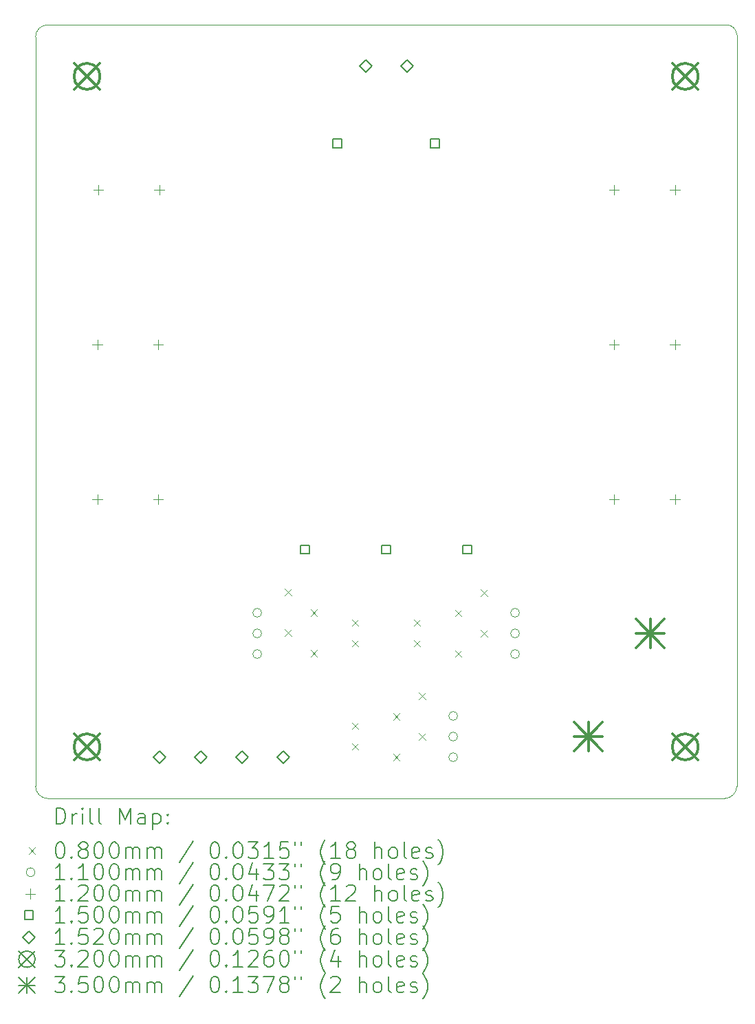
<source format=gbr>
%TF.GenerationSoftware,KiCad,Pcbnew,7.0.9-7.0.9~ubuntu20.04.1*%
%TF.CreationDate,2023-12-22T19:52:33+01:00*%
%TF.ProjectId,kicad-trans_pwr,6b696361-642d-4747-9261-6e735f707772,1.0*%
%TF.SameCoordinates,Original*%
%TF.FileFunction,Drillmap*%
%TF.FilePolarity,Positive*%
%FSLAX45Y45*%
G04 Gerber Fmt 4.5, Leading zero omitted, Abs format (unit mm)*
G04 Created by KiCad (PCBNEW 7.0.9-7.0.9~ubuntu20.04.1) date 2023-12-22 19:52:33*
%MOMM*%
%LPD*%
G01*
G04 APERTURE LIST*
%ADD10C,0.100000*%
%ADD11C,0.200000*%
%ADD12C,0.110000*%
%ADD13C,0.120000*%
%ADD14C,0.150000*%
%ADD15C,0.152000*%
%ADD16C,0.320000*%
%ADD17C,0.350000*%
G04 APERTURE END LIST*
D10*
X15748000Y-3048000D02*
X15748000Y-12293600D01*
X7264400Y-2921000D02*
X15621000Y-2921000D01*
X7112000Y-12293600D02*
X7112000Y-3073400D01*
X7264400Y-2921000D02*
G75*
G03*
X7112000Y-3073400I0J-152400D01*
G01*
X15595600Y-12446000D02*
G75*
G03*
X15748000Y-12293600I0J152400D01*
G01*
X15595600Y-12446000D02*
X7264400Y-12446000D01*
X15748000Y-3048000D02*
G75*
G03*
X15621000Y-2921000I-127000J0D01*
G01*
X7112000Y-12293600D02*
G75*
G03*
X7264400Y-12446000I152400J0D01*
G01*
D11*
D10*
X10183500Y-9866000D02*
X10263500Y-9946000D01*
X10263500Y-9866000D02*
X10183500Y-9946000D01*
X10183500Y-10366000D02*
X10263500Y-10446000D01*
X10263500Y-10366000D02*
X10183500Y-10446000D01*
X10501000Y-10120000D02*
X10581000Y-10200000D01*
X10581000Y-10120000D02*
X10501000Y-10200000D01*
X10501000Y-10620000D02*
X10581000Y-10700000D01*
X10581000Y-10620000D02*
X10501000Y-10700000D01*
X11009000Y-10244511D02*
X11089000Y-10324511D01*
X11089000Y-10244511D02*
X11009000Y-10324511D01*
X11009000Y-10494511D02*
X11089000Y-10574511D01*
X11089000Y-10494511D02*
X11009000Y-10574511D01*
X11009000Y-11514511D02*
X11089000Y-11594511D01*
X11089000Y-11514511D02*
X11009000Y-11594511D01*
X11009000Y-11764511D02*
X11089000Y-11844511D01*
X11089000Y-11764511D02*
X11009000Y-11844511D01*
X11517000Y-11398000D02*
X11597000Y-11478000D01*
X11597000Y-11398000D02*
X11517000Y-11478000D01*
X11517000Y-11898000D02*
X11597000Y-11978000D01*
X11597000Y-11898000D02*
X11517000Y-11978000D01*
X11771000Y-10244511D02*
X11851000Y-10324511D01*
X11851000Y-10244511D02*
X11771000Y-10324511D01*
X11771000Y-10494511D02*
X11851000Y-10574511D01*
X11851000Y-10494511D02*
X11771000Y-10574511D01*
X11834500Y-11144000D02*
X11914500Y-11224000D01*
X11914500Y-11144000D02*
X11834500Y-11224000D01*
X11834500Y-11644000D02*
X11914500Y-11724000D01*
X11914500Y-11644000D02*
X11834500Y-11724000D01*
X12279000Y-10124000D02*
X12359000Y-10204000D01*
X12359000Y-10124000D02*
X12279000Y-10204000D01*
X12279000Y-10624000D02*
X12359000Y-10704000D01*
X12359000Y-10624000D02*
X12279000Y-10704000D01*
X12596500Y-9874000D02*
X12676500Y-9954000D01*
X12676500Y-9874000D02*
X12596500Y-9954000D01*
X12596500Y-10374000D02*
X12676500Y-10454000D01*
X12676500Y-10374000D02*
X12596500Y-10454000D01*
D12*
X9897500Y-10160000D02*
G75*
G03*
X9897500Y-10160000I-55000J0D01*
G01*
X9897500Y-10414000D02*
G75*
G03*
X9897500Y-10414000I-55000J0D01*
G01*
X9897500Y-10668000D02*
G75*
G03*
X9897500Y-10668000I-55000J0D01*
G01*
X12310500Y-11430000D02*
G75*
G03*
X12310500Y-11430000I-55000J0D01*
G01*
X12310500Y-11684000D02*
G75*
G03*
X12310500Y-11684000I-55000J0D01*
G01*
X12310500Y-11938000D02*
G75*
G03*
X12310500Y-11938000I-55000J0D01*
G01*
X13072500Y-10160000D02*
G75*
G03*
X13072500Y-10160000I-55000J0D01*
G01*
X13072500Y-10414000D02*
G75*
G03*
X13072500Y-10414000I-55000J0D01*
G01*
X13072500Y-10668000D02*
G75*
G03*
X13072500Y-10668000I-55000J0D01*
G01*
D13*
X7874000Y-6798000D02*
X7874000Y-6918000D01*
X7814000Y-6858000D02*
X7934000Y-6858000D01*
X7874000Y-8703000D02*
X7874000Y-8823000D01*
X7814000Y-8763000D02*
X7934000Y-8763000D01*
X7886000Y-4893000D02*
X7886000Y-5013000D01*
X7826000Y-4953000D02*
X7946000Y-4953000D01*
X8624000Y-6798000D02*
X8624000Y-6918000D01*
X8564000Y-6858000D02*
X8684000Y-6858000D01*
X8624000Y-8703000D02*
X8624000Y-8823000D01*
X8564000Y-8763000D02*
X8684000Y-8763000D01*
X8636000Y-4893000D02*
X8636000Y-5013000D01*
X8576000Y-4953000D02*
X8696000Y-4953000D01*
X14236000Y-4893000D02*
X14236000Y-5013000D01*
X14176000Y-4953000D02*
X14296000Y-4953000D01*
X14236000Y-6798000D02*
X14236000Y-6918000D01*
X14176000Y-6858000D02*
X14296000Y-6858000D01*
X14236000Y-8703000D02*
X14236000Y-8823000D01*
X14176000Y-8763000D02*
X14296000Y-8763000D01*
X14986000Y-4893000D02*
X14986000Y-5013000D01*
X14926000Y-4953000D02*
X15046000Y-4953000D01*
X14986000Y-6798000D02*
X14986000Y-6918000D01*
X14926000Y-6858000D02*
X15046000Y-6858000D01*
X14986000Y-8703000D02*
X14986000Y-8823000D01*
X14926000Y-8763000D02*
X15046000Y-8763000D01*
D14*
X10483034Y-9433034D02*
X10483034Y-9326967D01*
X10376967Y-9326967D01*
X10376967Y-9433034D01*
X10483034Y-9433034D01*
X10883034Y-4433034D02*
X10883034Y-4326967D01*
X10776967Y-4326967D01*
X10776967Y-4433034D01*
X10883034Y-4433034D01*
X11483033Y-9433034D02*
X11483033Y-9326967D01*
X11376966Y-9326967D01*
X11376966Y-9433034D01*
X11483033Y-9433034D01*
X12083033Y-4433034D02*
X12083033Y-4326967D01*
X11976966Y-4326967D01*
X11976966Y-4433034D01*
X12083033Y-4433034D01*
X12483033Y-9433034D02*
X12483033Y-9326967D01*
X12376966Y-9326967D01*
X12376966Y-9433034D01*
X12483033Y-9433034D01*
D15*
X8636000Y-12014000D02*
X8712000Y-11938000D01*
X8636000Y-11862000D01*
X8560000Y-11938000D01*
X8636000Y-12014000D01*
X9144000Y-12014000D02*
X9220000Y-11938000D01*
X9144000Y-11862000D01*
X9068000Y-11938000D01*
X9144000Y-12014000D01*
X9652000Y-12014000D02*
X9728000Y-11938000D01*
X9652000Y-11862000D01*
X9576000Y-11938000D01*
X9652000Y-12014000D01*
X10160000Y-12014000D02*
X10236000Y-11938000D01*
X10160000Y-11862000D01*
X10084000Y-11938000D01*
X10160000Y-12014000D01*
X11176000Y-3505000D02*
X11252000Y-3429000D01*
X11176000Y-3353000D01*
X11100000Y-3429000D01*
X11176000Y-3505000D01*
X11684000Y-3505000D02*
X11760000Y-3429000D01*
X11684000Y-3353000D01*
X11608000Y-3429000D01*
X11684000Y-3505000D01*
D16*
X7587000Y-3396000D02*
X7907000Y-3716000D01*
X7907000Y-3396000D02*
X7587000Y-3716000D01*
X7907000Y-3556000D02*
G75*
G03*
X7907000Y-3556000I-160000J0D01*
G01*
X7587000Y-11651000D02*
X7907000Y-11971000D01*
X7907000Y-11651000D02*
X7587000Y-11971000D01*
X7907000Y-11811000D02*
G75*
G03*
X7907000Y-11811000I-160000J0D01*
G01*
X14953000Y-3396000D02*
X15273000Y-3716000D01*
X15273000Y-3396000D02*
X14953000Y-3716000D01*
X15273000Y-3556000D02*
G75*
G03*
X15273000Y-3556000I-160000J0D01*
G01*
X14953000Y-11651000D02*
X15273000Y-11971000D01*
X15273000Y-11651000D02*
X14953000Y-11971000D01*
X15273000Y-11811000D02*
G75*
G03*
X15273000Y-11811000I-160000J0D01*
G01*
D17*
X13746500Y-11509000D02*
X14096500Y-11859000D01*
X14096500Y-11509000D02*
X13746500Y-11859000D01*
X13921500Y-11509000D02*
X13921500Y-11859000D01*
X13746500Y-11684000D02*
X14096500Y-11684000D01*
X14508500Y-10239000D02*
X14858500Y-10589000D01*
X14858500Y-10239000D02*
X14508500Y-10589000D01*
X14683500Y-10239000D02*
X14683500Y-10589000D01*
X14508500Y-10414000D02*
X14858500Y-10414000D01*
D11*
X7367777Y-12762484D02*
X7367777Y-12562484D01*
X7367777Y-12562484D02*
X7415396Y-12562484D01*
X7415396Y-12562484D02*
X7443967Y-12572008D01*
X7443967Y-12572008D02*
X7463015Y-12591055D01*
X7463015Y-12591055D02*
X7472539Y-12610103D01*
X7472539Y-12610103D02*
X7482062Y-12648198D01*
X7482062Y-12648198D02*
X7482062Y-12676769D01*
X7482062Y-12676769D02*
X7472539Y-12714865D01*
X7472539Y-12714865D02*
X7463015Y-12733912D01*
X7463015Y-12733912D02*
X7443967Y-12752960D01*
X7443967Y-12752960D02*
X7415396Y-12762484D01*
X7415396Y-12762484D02*
X7367777Y-12762484D01*
X7567777Y-12762484D02*
X7567777Y-12629150D01*
X7567777Y-12667246D02*
X7577301Y-12648198D01*
X7577301Y-12648198D02*
X7586824Y-12638674D01*
X7586824Y-12638674D02*
X7605872Y-12629150D01*
X7605872Y-12629150D02*
X7624920Y-12629150D01*
X7691586Y-12762484D02*
X7691586Y-12629150D01*
X7691586Y-12562484D02*
X7682062Y-12572008D01*
X7682062Y-12572008D02*
X7691586Y-12581531D01*
X7691586Y-12581531D02*
X7701110Y-12572008D01*
X7701110Y-12572008D02*
X7691586Y-12562484D01*
X7691586Y-12562484D02*
X7691586Y-12581531D01*
X7815396Y-12762484D02*
X7796348Y-12752960D01*
X7796348Y-12752960D02*
X7786824Y-12733912D01*
X7786824Y-12733912D02*
X7786824Y-12562484D01*
X7920158Y-12762484D02*
X7901110Y-12752960D01*
X7901110Y-12752960D02*
X7891586Y-12733912D01*
X7891586Y-12733912D02*
X7891586Y-12562484D01*
X8148729Y-12762484D02*
X8148729Y-12562484D01*
X8148729Y-12562484D02*
X8215396Y-12705341D01*
X8215396Y-12705341D02*
X8282062Y-12562484D01*
X8282062Y-12562484D02*
X8282062Y-12762484D01*
X8463015Y-12762484D02*
X8463015Y-12657722D01*
X8463015Y-12657722D02*
X8453491Y-12638674D01*
X8453491Y-12638674D02*
X8434444Y-12629150D01*
X8434444Y-12629150D02*
X8396348Y-12629150D01*
X8396348Y-12629150D02*
X8377301Y-12638674D01*
X8463015Y-12752960D02*
X8443967Y-12762484D01*
X8443967Y-12762484D02*
X8396348Y-12762484D01*
X8396348Y-12762484D02*
X8377301Y-12752960D01*
X8377301Y-12752960D02*
X8367777Y-12733912D01*
X8367777Y-12733912D02*
X8367777Y-12714865D01*
X8367777Y-12714865D02*
X8377301Y-12695817D01*
X8377301Y-12695817D02*
X8396348Y-12686293D01*
X8396348Y-12686293D02*
X8443967Y-12686293D01*
X8443967Y-12686293D02*
X8463015Y-12676769D01*
X8558253Y-12629150D02*
X8558253Y-12829150D01*
X8558253Y-12638674D02*
X8577301Y-12629150D01*
X8577301Y-12629150D02*
X8615396Y-12629150D01*
X8615396Y-12629150D02*
X8634444Y-12638674D01*
X8634444Y-12638674D02*
X8643967Y-12648198D01*
X8643967Y-12648198D02*
X8653491Y-12667246D01*
X8653491Y-12667246D02*
X8653491Y-12724388D01*
X8653491Y-12724388D02*
X8643967Y-12743436D01*
X8643967Y-12743436D02*
X8634444Y-12752960D01*
X8634444Y-12752960D02*
X8615396Y-12762484D01*
X8615396Y-12762484D02*
X8577301Y-12762484D01*
X8577301Y-12762484D02*
X8558253Y-12752960D01*
X8739205Y-12743436D02*
X8748729Y-12752960D01*
X8748729Y-12752960D02*
X8739205Y-12762484D01*
X8739205Y-12762484D02*
X8729682Y-12752960D01*
X8729682Y-12752960D02*
X8739205Y-12743436D01*
X8739205Y-12743436D02*
X8739205Y-12762484D01*
X8739205Y-12638674D02*
X8748729Y-12648198D01*
X8748729Y-12648198D02*
X8739205Y-12657722D01*
X8739205Y-12657722D02*
X8729682Y-12648198D01*
X8729682Y-12648198D02*
X8739205Y-12638674D01*
X8739205Y-12638674D02*
X8739205Y-12657722D01*
D10*
X7027000Y-13051000D02*
X7107000Y-13131000D01*
X7107000Y-13051000D02*
X7027000Y-13131000D01*
D11*
X7405872Y-12982484D02*
X7424920Y-12982484D01*
X7424920Y-12982484D02*
X7443967Y-12992008D01*
X7443967Y-12992008D02*
X7453491Y-13001531D01*
X7453491Y-13001531D02*
X7463015Y-13020579D01*
X7463015Y-13020579D02*
X7472539Y-13058674D01*
X7472539Y-13058674D02*
X7472539Y-13106293D01*
X7472539Y-13106293D02*
X7463015Y-13144388D01*
X7463015Y-13144388D02*
X7453491Y-13163436D01*
X7453491Y-13163436D02*
X7443967Y-13172960D01*
X7443967Y-13172960D02*
X7424920Y-13182484D01*
X7424920Y-13182484D02*
X7405872Y-13182484D01*
X7405872Y-13182484D02*
X7386824Y-13172960D01*
X7386824Y-13172960D02*
X7377301Y-13163436D01*
X7377301Y-13163436D02*
X7367777Y-13144388D01*
X7367777Y-13144388D02*
X7358253Y-13106293D01*
X7358253Y-13106293D02*
X7358253Y-13058674D01*
X7358253Y-13058674D02*
X7367777Y-13020579D01*
X7367777Y-13020579D02*
X7377301Y-13001531D01*
X7377301Y-13001531D02*
X7386824Y-12992008D01*
X7386824Y-12992008D02*
X7405872Y-12982484D01*
X7558253Y-13163436D02*
X7567777Y-13172960D01*
X7567777Y-13172960D02*
X7558253Y-13182484D01*
X7558253Y-13182484D02*
X7548729Y-13172960D01*
X7548729Y-13172960D02*
X7558253Y-13163436D01*
X7558253Y-13163436D02*
X7558253Y-13182484D01*
X7682062Y-13068198D02*
X7663015Y-13058674D01*
X7663015Y-13058674D02*
X7653491Y-13049150D01*
X7653491Y-13049150D02*
X7643967Y-13030103D01*
X7643967Y-13030103D02*
X7643967Y-13020579D01*
X7643967Y-13020579D02*
X7653491Y-13001531D01*
X7653491Y-13001531D02*
X7663015Y-12992008D01*
X7663015Y-12992008D02*
X7682062Y-12982484D01*
X7682062Y-12982484D02*
X7720158Y-12982484D01*
X7720158Y-12982484D02*
X7739205Y-12992008D01*
X7739205Y-12992008D02*
X7748729Y-13001531D01*
X7748729Y-13001531D02*
X7758253Y-13020579D01*
X7758253Y-13020579D02*
X7758253Y-13030103D01*
X7758253Y-13030103D02*
X7748729Y-13049150D01*
X7748729Y-13049150D02*
X7739205Y-13058674D01*
X7739205Y-13058674D02*
X7720158Y-13068198D01*
X7720158Y-13068198D02*
X7682062Y-13068198D01*
X7682062Y-13068198D02*
X7663015Y-13077722D01*
X7663015Y-13077722D02*
X7653491Y-13087246D01*
X7653491Y-13087246D02*
X7643967Y-13106293D01*
X7643967Y-13106293D02*
X7643967Y-13144388D01*
X7643967Y-13144388D02*
X7653491Y-13163436D01*
X7653491Y-13163436D02*
X7663015Y-13172960D01*
X7663015Y-13172960D02*
X7682062Y-13182484D01*
X7682062Y-13182484D02*
X7720158Y-13182484D01*
X7720158Y-13182484D02*
X7739205Y-13172960D01*
X7739205Y-13172960D02*
X7748729Y-13163436D01*
X7748729Y-13163436D02*
X7758253Y-13144388D01*
X7758253Y-13144388D02*
X7758253Y-13106293D01*
X7758253Y-13106293D02*
X7748729Y-13087246D01*
X7748729Y-13087246D02*
X7739205Y-13077722D01*
X7739205Y-13077722D02*
X7720158Y-13068198D01*
X7882062Y-12982484D02*
X7901110Y-12982484D01*
X7901110Y-12982484D02*
X7920158Y-12992008D01*
X7920158Y-12992008D02*
X7929682Y-13001531D01*
X7929682Y-13001531D02*
X7939205Y-13020579D01*
X7939205Y-13020579D02*
X7948729Y-13058674D01*
X7948729Y-13058674D02*
X7948729Y-13106293D01*
X7948729Y-13106293D02*
X7939205Y-13144388D01*
X7939205Y-13144388D02*
X7929682Y-13163436D01*
X7929682Y-13163436D02*
X7920158Y-13172960D01*
X7920158Y-13172960D02*
X7901110Y-13182484D01*
X7901110Y-13182484D02*
X7882062Y-13182484D01*
X7882062Y-13182484D02*
X7863015Y-13172960D01*
X7863015Y-13172960D02*
X7853491Y-13163436D01*
X7853491Y-13163436D02*
X7843967Y-13144388D01*
X7843967Y-13144388D02*
X7834443Y-13106293D01*
X7834443Y-13106293D02*
X7834443Y-13058674D01*
X7834443Y-13058674D02*
X7843967Y-13020579D01*
X7843967Y-13020579D02*
X7853491Y-13001531D01*
X7853491Y-13001531D02*
X7863015Y-12992008D01*
X7863015Y-12992008D02*
X7882062Y-12982484D01*
X8072539Y-12982484D02*
X8091586Y-12982484D01*
X8091586Y-12982484D02*
X8110634Y-12992008D01*
X8110634Y-12992008D02*
X8120158Y-13001531D01*
X8120158Y-13001531D02*
X8129682Y-13020579D01*
X8129682Y-13020579D02*
X8139205Y-13058674D01*
X8139205Y-13058674D02*
X8139205Y-13106293D01*
X8139205Y-13106293D02*
X8129682Y-13144388D01*
X8129682Y-13144388D02*
X8120158Y-13163436D01*
X8120158Y-13163436D02*
X8110634Y-13172960D01*
X8110634Y-13172960D02*
X8091586Y-13182484D01*
X8091586Y-13182484D02*
X8072539Y-13182484D01*
X8072539Y-13182484D02*
X8053491Y-13172960D01*
X8053491Y-13172960D02*
X8043967Y-13163436D01*
X8043967Y-13163436D02*
X8034443Y-13144388D01*
X8034443Y-13144388D02*
X8024920Y-13106293D01*
X8024920Y-13106293D02*
X8024920Y-13058674D01*
X8024920Y-13058674D02*
X8034443Y-13020579D01*
X8034443Y-13020579D02*
X8043967Y-13001531D01*
X8043967Y-13001531D02*
X8053491Y-12992008D01*
X8053491Y-12992008D02*
X8072539Y-12982484D01*
X8224920Y-13182484D02*
X8224920Y-13049150D01*
X8224920Y-13068198D02*
X8234443Y-13058674D01*
X8234443Y-13058674D02*
X8253491Y-13049150D01*
X8253491Y-13049150D02*
X8282063Y-13049150D01*
X8282063Y-13049150D02*
X8301110Y-13058674D01*
X8301110Y-13058674D02*
X8310634Y-13077722D01*
X8310634Y-13077722D02*
X8310634Y-13182484D01*
X8310634Y-13077722D02*
X8320158Y-13058674D01*
X8320158Y-13058674D02*
X8339205Y-13049150D01*
X8339205Y-13049150D02*
X8367777Y-13049150D01*
X8367777Y-13049150D02*
X8386824Y-13058674D01*
X8386824Y-13058674D02*
X8396348Y-13077722D01*
X8396348Y-13077722D02*
X8396348Y-13182484D01*
X8491586Y-13182484D02*
X8491586Y-13049150D01*
X8491586Y-13068198D02*
X8501110Y-13058674D01*
X8501110Y-13058674D02*
X8520158Y-13049150D01*
X8520158Y-13049150D02*
X8548729Y-13049150D01*
X8548729Y-13049150D02*
X8567777Y-13058674D01*
X8567777Y-13058674D02*
X8577301Y-13077722D01*
X8577301Y-13077722D02*
X8577301Y-13182484D01*
X8577301Y-13077722D02*
X8586825Y-13058674D01*
X8586825Y-13058674D02*
X8605872Y-13049150D01*
X8605872Y-13049150D02*
X8634444Y-13049150D01*
X8634444Y-13049150D02*
X8653491Y-13058674D01*
X8653491Y-13058674D02*
X8663015Y-13077722D01*
X8663015Y-13077722D02*
X8663015Y-13182484D01*
X9053491Y-12972960D02*
X8882063Y-13230103D01*
X9310634Y-12982484D02*
X9329682Y-12982484D01*
X9329682Y-12982484D02*
X9348729Y-12992008D01*
X9348729Y-12992008D02*
X9358253Y-13001531D01*
X9358253Y-13001531D02*
X9367777Y-13020579D01*
X9367777Y-13020579D02*
X9377301Y-13058674D01*
X9377301Y-13058674D02*
X9377301Y-13106293D01*
X9377301Y-13106293D02*
X9367777Y-13144388D01*
X9367777Y-13144388D02*
X9358253Y-13163436D01*
X9358253Y-13163436D02*
X9348729Y-13172960D01*
X9348729Y-13172960D02*
X9329682Y-13182484D01*
X9329682Y-13182484D02*
X9310634Y-13182484D01*
X9310634Y-13182484D02*
X9291587Y-13172960D01*
X9291587Y-13172960D02*
X9282063Y-13163436D01*
X9282063Y-13163436D02*
X9272539Y-13144388D01*
X9272539Y-13144388D02*
X9263015Y-13106293D01*
X9263015Y-13106293D02*
X9263015Y-13058674D01*
X9263015Y-13058674D02*
X9272539Y-13020579D01*
X9272539Y-13020579D02*
X9282063Y-13001531D01*
X9282063Y-13001531D02*
X9291587Y-12992008D01*
X9291587Y-12992008D02*
X9310634Y-12982484D01*
X9463015Y-13163436D02*
X9472539Y-13172960D01*
X9472539Y-13172960D02*
X9463015Y-13182484D01*
X9463015Y-13182484D02*
X9453491Y-13172960D01*
X9453491Y-13172960D02*
X9463015Y-13163436D01*
X9463015Y-13163436D02*
X9463015Y-13182484D01*
X9596348Y-12982484D02*
X9615396Y-12982484D01*
X9615396Y-12982484D02*
X9634444Y-12992008D01*
X9634444Y-12992008D02*
X9643968Y-13001531D01*
X9643968Y-13001531D02*
X9653491Y-13020579D01*
X9653491Y-13020579D02*
X9663015Y-13058674D01*
X9663015Y-13058674D02*
X9663015Y-13106293D01*
X9663015Y-13106293D02*
X9653491Y-13144388D01*
X9653491Y-13144388D02*
X9643968Y-13163436D01*
X9643968Y-13163436D02*
X9634444Y-13172960D01*
X9634444Y-13172960D02*
X9615396Y-13182484D01*
X9615396Y-13182484D02*
X9596348Y-13182484D01*
X9596348Y-13182484D02*
X9577301Y-13172960D01*
X9577301Y-13172960D02*
X9567777Y-13163436D01*
X9567777Y-13163436D02*
X9558253Y-13144388D01*
X9558253Y-13144388D02*
X9548729Y-13106293D01*
X9548729Y-13106293D02*
X9548729Y-13058674D01*
X9548729Y-13058674D02*
X9558253Y-13020579D01*
X9558253Y-13020579D02*
X9567777Y-13001531D01*
X9567777Y-13001531D02*
X9577301Y-12992008D01*
X9577301Y-12992008D02*
X9596348Y-12982484D01*
X9729682Y-12982484D02*
X9853491Y-12982484D01*
X9853491Y-12982484D02*
X9786825Y-13058674D01*
X9786825Y-13058674D02*
X9815396Y-13058674D01*
X9815396Y-13058674D02*
X9834444Y-13068198D01*
X9834444Y-13068198D02*
X9843968Y-13077722D01*
X9843968Y-13077722D02*
X9853491Y-13096769D01*
X9853491Y-13096769D02*
X9853491Y-13144388D01*
X9853491Y-13144388D02*
X9843968Y-13163436D01*
X9843968Y-13163436D02*
X9834444Y-13172960D01*
X9834444Y-13172960D02*
X9815396Y-13182484D01*
X9815396Y-13182484D02*
X9758253Y-13182484D01*
X9758253Y-13182484D02*
X9739206Y-13172960D01*
X9739206Y-13172960D02*
X9729682Y-13163436D01*
X10043968Y-13182484D02*
X9929682Y-13182484D01*
X9986825Y-13182484D02*
X9986825Y-12982484D01*
X9986825Y-12982484D02*
X9967777Y-13011055D01*
X9967777Y-13011055D02*
X9948729Y-13030103D01*
X9948729Y-13030103D02*
X9929682Y-13039627D01*
X10224920Y-12982484D02*
X10129682Y-12982484D01*
X10129682Y-12982484D02*
X10120158Y-13077722D01*
X10120158Y-13077722D02*
X10129682Y-13068198D01*
X10129682Y-13068198D02*
X10148729Y-13058674D01*
X10148729Y-13058674D02*
X10196349Y-13058674D01*
X10196349Y-13058674D02*
X10215396Y-13068198D01*
X10215396Y-13068198D02*
X10224920Y-13077722D01*
X10224920Y-13077722D02*
X10234444Y-13096769D01*
X10234444Y-13096769D02*
X10234444Y-13144388D01*
X10234444Y-13144388D02*
X10224920Y-13163436D01*
X10224920Y-13163436D02*
X10215396Y-13172960D01*
X10215396Y-13172960D02*
X10196349Y-13182484D01*
X10196349Y-13182484D02*
X10148729Y-13182484D01*
X10148729Y-13182484D02*
X10129682Y-13172960D01*
X10129682Y-13172960D02*
X10120158Y-13163436D01*
X10310634Y-12982484D02*
X10310634Y-13020579D01*
X10386825Y-12982484D02*
X10386825Y-13020579D01*
X10682063Y-13258674D02*
X10672539Y-13249150D01*
X10672539Y-13249150D02*
X10653491Y-13220579D01*
X10653491Y-13220579D02*
X10643968Y-13201531D01*
X10643968Y-13201531D02*
X10634444Y-13172960D01*
X10634444Y-13172960D02*
X10624920Y-13125341D01*
X10624920Y-13125341D02*
X10624920Y-13087246D01*
X10624920Y-13087246D02*
X10634444Y-13039627D01*
X10634444Y-13039627D02*
X10643968Y-13011055D01*
X10643968Y-13011055D02*
X10653491Y-12992008D01*
X10653491Y-12992008D02*
X10672539Y-12963436D01*
X10672539Y-12963436D02*
X10682063Y-12953912D01*
X10863015Y-13182484D02*
X10748730Y-13182484D01*
X10805872Y-13182484D02*
X10805872Y-12982484D01*
X10805872Y-12982484D02*
X10786825Y-13011055D01*
X10786825Y-13011055D02*
X10767777Y-13030103D01*
X10767777Y-13030103D02*
X10748730Y-13039627D01*
X10977301Y-13068198D02*
X10958253Y-13058674D01*
X10958253Y-13058674D02*
X10948730Y-13049150D01*
X10948730Y-13049150D02*
X10939206Y-13030103D01*
X10939206Y-13030103D02*
X10939206Y-13020579D01*
X10939206Y-13020579D02*
X10948730Y-13001531D01*
X10948730Y-13001531D02*
X10958253Y-12992008D01*
X10958253Y-12992008D02*
X10977301Y-12982484D01*
X10977301Y-12982484D02*
X11015396Y-12982484D01*
X11015396Y-12982484D02*
X11034444Y-12992008D01*
X11034444Y-12992008D02*
X11043968Y-13001531D01*
X11043968Y-13001531D02*
X11053491Y-13020579D01*
X11053491Y-13020579D02*
X11053491Y-13030103D01*
X11053491Y-13030103D02*
X11043968Y-13049150D01*
X11043968Y-13049150D02*
X11034444Y-13058674D01*
X11034444Y-13058674D02*
X11015396Y-13068198D01*
X11015396Y-13068198D02*
X10977301Y-13068198D01*
X10977301Y-13068198D02*
X10958253Y-13077722D01*
X10958253Y-13077722D02*
X10948730Y-13087246D01*
X10948730Y-13087246D02*
X10939206Y-13106293D01*
X10939206Y-13106293D02*
X10939206Y-13144388D01*
X10939206Y-13144388D02*
X10948730Y-13163436D01*
X10948730Y-13163436D02*
X10958253Y-13172960D01*
X10958253Y-13172960D02*
X10977301Y-13182484D01*
X10977301Y-13182484D02*
X11015396Y-13182484D01*
X11015396Y-13182484D02*
X11034444Y-13172960D01*
X11034444Y-13172960D02*
X11043968Y-13163436D01*
X11043968Y-13163436D02*
X11053491Y-13144388D01*
X11053491Y-13144388D02*
X11053491Y-13106293D01*
X11053491Y-13106293D02*
X11043968Y-13087246D01*
X11043968Y-13087246D02*
X11034444Y-13077722D01*
X11034444Y-13077722D02*
X11015396Y-13068198D01*
X11291587Y-13182484D02*
X11291587Y-12982484D01*
X11377301Y-13182484D02*
X11377301Y-13077722D01*
X11377301Y-13077722D02*
X11367777Y-13058674D01*
X11367777Y-13058674D02*
X11348730Y-13049150D01*
X11348730Y-13049150D02*
X11320158Y-13049150D01*
X11320158Y-13049150D02*
X11301110Y-13058674D01*
X11301110Y-13058674D02*
X11291587Y-13068198D01*
X11501110Y-13182484D02*
X11482063Y-13172960D01*
X11482063Y-13172960D02*
X11472539Y-13163436D01*
X11472539Y-13163436D02*
X11463015Y-13144388D01*
X11463015Y-13144388D02*
X11463015Y-13087246D01*
X11463015Y-13087246D02*
X11472539Y-13068198D01*
X11472539Y-13068198D02*
X11482063Y-13058674D01*
X11482063Y-13058674D02*
X11501110Y-13049150D01*
X11501110Y-13049150D02*
X11529682Y-13049150D01*
X11529682Y-13049150D02*
X11548730Y-13058674D01*
X11548730Y-13058674D02*
X11558253Y-13068198D01*
X11558253Y-13068198D02*
X11567777Y-13087246D01*
X11567777Y-13087246D02*
X11567777Y-13144388D01*
X11567777Y-13144388D02*
X11558253Y-13163436D01*
X11558253Y-13163436D02*
X11548730Y-13172960D01*
X11548730Y-13172960D02*
X11529682Y-13182484D01*
X11529682Y-13182484D02*
X11501110Y-13182484D01*
X11682063Y-13182484D02*
X11663015Y-13172960D01*
X11663015Y-13172960D02*
X11653491Y-13153912D01*
X11653491Y-13153912D02*
X11653491Y-12982484D01*
X11834444Y-13172960D02*
X11815396Y-13182484D01*
X11815396Y-13182484D02*
X11777301Y-13182484D01*
X11777301Y-13182484D02*
X11758253Y-13172960D01*
X11758253Y-13172960D02*
X11748730Y-13153912D01*
X11748730Y-13153912D02*
X11748730Y-13077722D01*
X11748730Y-13077722D02*
X11758253Y-13058674D01*
X11758253Y-13058674D02*
X11777301Y-13049150D01*
X11777301Y-13049150D02*
X11815396Y-13049150D01*
X11815396Y-13049150D02*
X11834444Y-13058674D01*
X11834444Y-13058674D02*
X11843968Y-13077722D01*
X11843968Y-13077722D02*
X11843968Y-13096769D01*
X11843968Y-13096769D02*
X11748730Y-13115817D01*
X11920158Y-13172960D02*
X11939206Y-13182484D01*
X11939206Y-13182484D02*
X11977301Y-13182484D01*
X11977301Y-13182484D02*
X11996349Y-13172960D01*
X11996349Y-13172960D02*
X12005872Y-13153912D01*
X12005872Y-13153912D02*
X12005872Y-13144388D01*
X12005872Y-13144388D02*
X11996349Y-13125341D01*
X11996349Y-13125341D02*
X11977301Y-13115817D01*
X11977301Y-13115817D02*
X11948730Y-13115817D01*
X11948730Y-13115817D02*
X11929682Y-13106293D01*
X11929682Y-13106293D02*
X11920158Y-13087246D01*
X11920158Y-13087246D02*
X11920158Y-13077722D01*
X11920158Y-13077722D02*
X11929682Y-13058674D01*
X11929682Y-13058674D02*
X11948730Y-13049150D01*
X11948730Y-13049150D02*
X11977301Y-13049150D01*
X11977301Y-13049150D02*
X11996349Y-13058674D01*
X12072539Y-13258674D02*
X12082063Y-13249150D01*
X12082063Y-13249150D02*
X12101111Y-13220579D01*
X12101111Y-13220579D02*
X12110634Y-13201531D01*
X12110634Y-13201531D02*
X12120158Y-13172960D01*
X12120158Y-13172960D02*
X12129682Y-13125341D01*
X12129682Y-13125341D02*
X12129682Y-13087246D01*
X12129682Y-13087246D02*
X12120158Y-13039627D01*
X12120158Y-13039627D02*
X12110634Y-13011055D01*
X12110634Y-13011055D02*
X12101111Y-12992008D01*
X12101111Y-12992008D02*
X12082063Y-12963436D01*
X12082063Y-12963436D02*
X12072539Y-12953912D01*
D12*
X7107000Y-13355000D02*
G75*
G03*
X7107000Y-13355000I-55000J0D01*
G01*
D11*
X7472539Y-13446484D02*
X7358253Y-13446484D01*
X7415396Y-13446484D02*
X7415396Y-13246484D01*
X7415396Y-13246484D02*
X7396348Y-13275055D01*
X7396348Y-13275055D02*
X7377301Y-13294103D01*
X7377301Y-13294103D02*
X7358253Y-13303627D01*
X7558253Y-13427436D02*
X7567777Y-13436960D01*
X7567777Y-13436960D02*
X7558253Y-13446484D01*
X7558253Y-13446484D02*
X7548729Y-13436960D01*
X7548729Y-13436960D02*
X7558253Y-13427436D01*
X7558253Y-13427436D02*
X7558253Y-13446484D01*
X7758253Y-13446484D02*
X7643967Y-13446484D01*
X7701110Y-13446484D02*
X7701110Y-13246484D01*
X7701110Y-13246484D02*
X7682062Y-13275055D01*
X7682062Y-13275055D02*
X7663015Y-13294103D01*
X7663015Y-13294103D02*
X7643967Y-13303627D01*
X7882062Y-13246484D02*
X7901110Y-13246484D01*
X7901110Y-13246484D02*
X7920158Y-13256008D01*
X7920158Y-13256008D02*
X7929682Y-13265531D01*
X7929682Y-13265531D02*
X7939205Y-13284579D01*
X7939205Y-13284579D02*
X7948729Y-13322674D01*
X7948729Y-13322674D02*
X7948729Y-13370293D01*
X7948729Y-13370293D02*
X7939205Y-13408388D01*
X7939205Y-13408388D02*
X7929682Y-13427436D01*
X7929682Y-13427436D02*
X7920158Y-13436960D01*
X7920158Y-13436960D02*
X7901110Y-13446484D01*
X7901110Y-13446484D02*
X7882062Y-13446484D01*
X7882062Y-13446484D02*
X7863015Y-13436960D01*
X7863015Y-13436960D02*
X7853491Y-13427436D01*
X7853491Y-13427436D02*
X7843967Y-13408388D01*
X7843967Y-13408388D02*
X7834443Y-13370293D01*
X7834443Y-13370293D02*
X7834443Y-13322674D01*
X7834443Y-13322674D02*
X7843967Y-13284579D01*
X7843967Y-13284579D02*
X7853491Y-13265531D01*
X7853491Y-13265531D02*
X7863015Y-13256008D01*
X7863015Y-13256008D02*
X7882062Y-13246484D01*
X8072539Y-13246484D02*
X8091586Y-13246484D01*
X8091586Y-13246484D02*
X8110634Y-13256008D01*
X8110634Y-13256008D02*
X8120158Y-13265531D01*
X8120158Y-13265531D02*
X8129682Y-13284579D01*
X8129682Y-13284579D02*
X8139205Y-13322674D01*
X8139205Y-13322674D02*
X8139205Y-13370293D01*
X8139205Y-13370293D02*
X8129682Y-13408388D01*
X8129682Y-13408388D02*
X8120158Y-13427436D01*
X8120158Y-13427436D02*
X8110634Y-13436960D01*
X8110634Y-13436960D02*
X8091586Y-13446484D01*
X8091586Y-13446484D02*
X8072539Y-13446484D01*
X8072539Y-13446484D02*
X8053491Y-13436960D01*
X8053491Y-13436960D02*
X8043967Y-13427436D01*
X8043967Y-13427436D02*
X8034443Y-13408388D01*
X8034443Y-13408388D02*
X8024920Y-13370293D01*
X8024920Y-13370293D02*
X8024920Y-13322674D01*
X8024920Y-13322674D02*
X8034443Y-13284579D01*
X8034443Y-13284579D02*
X8043967Y-13265531D01*
X8043967Y-13265531D02*
X8053491Y-13256008D01*
X8053491Y-13256008D02*
X8072539Y-13246484D01*
X8224920Y-13446484D02*
X8224920Y-13313150D01*
X8224920Y-13332198D02*
X8234443Y-13322674D01*
X8234443Y-13322674D02*
X8253491Y-13313150D01*
X8253491Y-13313150D02*
X8282063Y-13313150D01*
X8282063Y-13313150D02*
X8301110Y-13322674D01*
X8301110Y-13322674D02*
X8310634Y-13341722D01*
X8310634Y-13341722D02*
X8310634Y-13446484D01*
X8310634Y-13341722D02*
X8320158Y-13322674D01*
X8320158Y-13322674D02*
X8339205Y-13313150D01*
X8339205Y-13313150D02*
X8367777Y-13313150D01*
X8367777Y-13313150D02*
X8386824Y-13322674D01*
X8386824Y-13322674D02*
X8396348Y-13341722D01*
X8396348Y-13341722D02*
X8396348Y-13446484D01*
X8491586Y-13446484D02*
X8491586Y-13313150D01*
X8491586Y-13332198D02*
X8501110Y-13322674D01*
X8501110Y-13322674D02*
X8520158Y-13313150D01*
X8520158Y-13313150D02*
X8548729Y-13313150D01*
X8548729Y-13313150D02*
X8567777Y-13322674D01*
X8567777Y-13322674D02*
X8577301Y-13341722D01*
X8577301Y-13341722D02*
X8577301Y-13446484D01*
X8577301Y-13341722D02*
X8586825Y-13322674D01*
X8586825Y-13322674D02*
X8605872Y-13313150D01*
X8605872Y-13313150D02*
X8634444Y-13313150D01*
X8634444Y-13313150D02*
X8653491Y-13322674D01*
X8653491Y-13322674D02*
X8663015Y-13341722D01*
X8663015Y-13341722D02*
X8663015Y-13446484D01*
X9053491Y-13236960D02*
X8882063Y-13494103D01*
X9310634Y-13246484D02*
X9329682Y-13246484D01*
X9329682Y-13246484D02*
X9348729Y-13256008D01*
X9348729Y-13256008D02*
X9358253Y-13265531D01*
X9358253Y-13265531D02*
X9367777Y-13284579D01*
X9367777Y-13284579D02*
X9377301Y-13322674D01*
X9377301Y-13322674D02*
X9377301Y-13370293D01*
X9377301Y-13370293D02*
X9367777Y-13408388D01*
X9367777Y-13408388D02*
X9358253Y-13427436D01*
X9358253Y-13427436D02*
X9348729Y-13436960D01*
X9348729Y-13436960D02*
X9329682Y-13446484D01*
X9329682Y-13446484D02*
X9310634Y-13446484D01*
X9310634Y-13446484D02*
X9291587Y-13436960D01*
X9291587Y-13436960D02*
X9282063Y-13427436D01*
X9282063Y-13427436D02*
X9272539Y-13408388D01*
X9272539Y-13408388D02*
X9263015Y-13370293D01*
X9263015Y-13370293D02*
X9263015Y-13322674D01*
X9263015Y-13322674D02*
X9272539Y-13284579D01*
X9272539Y-13284579D02*
X9282063Y-13265531D01*
X9282063Y-13265531D02*
X9291587Y-13256008D01*
X9291587Y-13256008D02*
X9310634Y-13246484D01*
X9463015Y-13427436D02*
X9472539Y-13436960D01*
X9472539Y-13436960D02*
X9463015Y-13446484D01*
X9463015Y-13446484D02*
X9453491Y-13436960D01*
X9453491Y-13436960D02*
X9463015Y-13427436D01*
X9463015Y-13427436D02*
X9463015Y-13446484D01*
X9596348Y-13246484D02*
X9615396Y-13246484D01*
X9615396Y-13246484D02*
X9634444Y-13256008D01*
X9634444Y-13256008D02*
X9643968Y-13265531D01*
X9643968Y-13265531D02*
X9653491Y-13284579D01*
X9653491Y-13284579D02*
X9663015Y-13322674D01*
X9663015Y-13322674D02*
X9663015Y-13370293D01*
X9663015Y-13370293D02*
X9653491Y-13408388D01*
X9653491Y-13408388D02*
X9643968Y-13427436D01*
X9643968Y-13427436D02*
X9634444Y-13436960D01*
X9634444Y-13436960D02*
X9615396Y-13446484D01*
X9615396Y-13446484D02*
X9596348Y-13446484D01*
X9596348Y-13446484D02*
X9577301Y-13436960D01*
X9577301Y-13436960D02*
X9567777Y-13427436D01*
X9567777Y-13427436D02*
X9558253Y-13408388D01*
X9558253Y-13408388D02*
X9548729Y-13370293D01*
X9548729Y-13370293D02*
X9548729Y-13322674D01*
X9548729Y-13322674D02*
X9558253Y-13284579D01*
X9558253Y-13284579D02*
X9567777Y-13265531D01*
X9567777Y-13265531D02*
X9577301Y-13256008D01*
X9577301Y-13256008D02*
X9596348Y-13246484D01*
X9834444Y-13313150D02*
X9834444Y-13446484D01*
X9786825Y-13236960D02*
X9739206Y-13379817D01*
X9739206Y-13379817D02*
X9863015Y-13379817D01*
X9920158Y-13246484D02*
X10043968Y-13246484D01*
X10043968Y-13246484D02*
X9977301Y-13322674D01*
X9977301Y-13322674D02*
X10005872Y-13322674D01*
X10005872Y-13322674D02*
X10024920Y-13332198D01*
X10024920Y-13332198D02*
X10034444Y-13341722D01*
X10034444Y-13341722D02*
X10043968Y-13360769D01*
X10043968Y-13360769D02*
X10043968Y-13408388D01*
X10043968Y-13408388D02*
X10034444Y-13427436D01*
X10034444Y-13427436D02*
X10024920Y-13436960D01*
X10024920Y-13436960D02*
X10005872Y-13446484D01*
X10005872Y-13446484D02*
X9948729Y-13446484D01*
X9948729Y-13446484D02*
X9929682Y-13436960D01*
X9929682Y-13436960D02*
X9920158Y-13427436D01*
X10110634Y-13246484D02*
X10234444Y-13246484D01*
X10234444Y-13246484D02*
X10167777Y-13322674D01*
X10167777Y-13322674D02*
X10196349Y-13322674D01*
X10196349Y-13322674D02*
X10215396Y-13332198D01*
X10215396Y-13332198D02*
X10224920Y-13341722D01*
X10224920Y-13341722D02*
X10234444Y-13360769D01*
X10234444Y-13360769D02*
X10234444Y-13408388D01*
X10234444Y-13408388D02*
X10224920Y-13427436D01*
X10224920Y-13427436D02*
X10215396Y-13436960D01*
X10215396Y-13436960D02*
X10196349Y-13446484D01*
X10196349Y-13446484D02*
X10139206Y-13446484D01*
X10139206Y-13446484D02*
X10120158Y-13436960D01*
X10120158Y-13436960D02*
X10110634Y-13427436D01*
X10310634Y-13246484D02*
X10310634Y-13284579D01*
X10386825Y-13246484D02*
X10386825Y-13284579D01*
X10682063Y-13522674D02*
X10672539Y-13513150D01*
X10672539Y-13513150D02*
X10653491Y-13484579D01*
X10653491Y-13484579D02*
X10643968Y-13465531D01*
X10643968Y-13465531D02*
X10634444Y-13436960D01*
X10634444Y-13436960D02*
X10624920Y-13389341D01*
X10624920Y-13389341D02*
X10624920Y-13351246D01*
X10624920Y-13351246D02*
X10634444Y-13303627D01*
X10634444Y-13303627D02*
X10643968Y-13275055D01*
X10643968Y-13275055D02*
X10653491Y-13256008D01*
X10653491Y-13256008D02*
X10672539Y-13227436D01*
X10672539Y-13227436D02*
X10682063Y-13217912D01*
X10767777Y-13446484D02*
X10805872Y-13446484D01*
X10805872Y-13446484D02*
X10824920Y-13436960D01*
X10824920Y-13436960D02*
X10834444Y-13427436D01*
X10834444Y-13427436D02*
X10853491Y-13398865D01*
X10853491Y-13398865D02*
X10863015Y-13360769D01*
X10863015Y-13360769D02*
X10863015Y-13284579D01*
X10863015Y-13284579D02*
X10853491Y-13265531D01*
X10853491Y-13265531D02*
X10843968Y-13256008D01*
X10843968Y-13256008D02*
X10824920Y-13246484D01*
X10824920Y-13246484D02*
X10786825Y-13246484D01*
X10786825Y-13246484D02*
X10767777Y-13256008D01*
X10767777Y-13256008D02*
X10758253Y-13265531D01*
X10758253Y-13265531D02*
X10748730Y-13284579D01*
X10748730Y-13284579D02*
X10748730Y-13332198D01*
X10748730Y-13332198D02*
X10758253Y-13351246D01*
X10758253Y-13351246D02*
X10767777Y-13360769D01*
X10767777Y-13360769D02*
X10786825Y-13370293D01*
X10786825Y-13370293D02*
X10824920Y-13370293D01*
X10824920Y-13370293D02*
X10843968Y-13360769D01*
X10843968Y-13360769D02*
X10853491Y-13351246D01*
X10853491Y-13351246D02*
X10863015Y-13332198D01*
X11101111Y-13446484D02*
X11101111Y-13246484D01*
X11186825Y-13446484D02*
X11186825Y-13341722D01*
X11186825Y-13341722D02*
X11177301Y-13322674D01*
X11177301Y-13322674D02*
X11158253Y-13313150D01*
X11158253Y-13313150D02*
X11129682Y-13313150D01*
X11129682Y-13313150D02*
X11110634Y-13322674D01*
X11110634Y-13322674D02*
X11101111Y-13332198D01*
X11310634Y-13446484D02*
X11291587Y-13436960D01*
X11291587Y-13436960D02*
X11282063Y-13427436D01*
X11282063Y-13427436D02*
X11272539Y-13408388D01*
X11272539Y-13408388D02*
X11272539Y-13351246D01*
X11272539Y-13351246D02*
X11282063Y-13332198D01*
X11282063Y-13332198D02*
X11291587Y-13322674D01*
X11291587Y-13322674D02*
X11310634Y-13313150D01*
X11310634Y-13313150D02*
X11339206Y-13313150D01*
X11339206Y-13313150D02*
X11358253Y-13322674D01*
X11358253Y-13322674D02*
X11367777Y-13332198D01*
X11367777Y-13332198D02*
X11377301Y-13351246D01*
X11377301Y-13351246D02*
X11377301Y-13408388D01*
X11377301Y-13408388D02*
X11367777Y-13427436D01*
X11367777Y-13427436D02*
X11358253Y-13436960D01*
X11358253Y-13436960D02*
X11339206Y-13446484D01*
X11339206Y-13446484D02*
X11310634Y-13446484D01*
X11491587Y-13446484D02*
X11472539Y-13436960D01*
X11472539Y-13436960D02*
X11463015Y-13417912D01*
X11463015Y-13417912D02*
X11463015Y-13246484D01*
X11643968Y-13436960D02*
X11624920Y-13446484D01*
X11624920Y-13446484D02*
X11586825Y-13446484D01*
X11586825Y-13446484D02*
X11567777Y-13436960D01*
X11567777Y-13436960D02*
X11558253Y-13417912D01*
X11558253Y-13417912D02*
X11558253Y-13341722D01*
X11558253Y-13341722D02*
X11567777Y-13322674D01*
X11567777Y-13322674D02*
X11586825Y-13313150D01*
X11586825Y-13313150D02*
X11624920Y-13313150D01*
X11624920Y-13313150D02*
X11643968Y-13322674D01*
X11643968Y-13322674D02*
X11653491Y-13341722D01*
X11653491Y-13341722D02*
X11653491Y-13360769D01*
X11653491Y-13360769D02*
X11558253Y-13379817D01*
X11729682Y-13436960D02*
X11748730Y-13446484D01*
X11748730Y-13446484D02*
X11786825Y-13446484D01*
X11786825Y-13446484D02*
X11805872Y-13436960D01*
X11805872Y-13436960D02*
X11815396Y-13417912D01*
X11815396Y-13417912D02*
X11815396Y-13408388D01*
X11815396Y-13408388D02*
X11805872Y-13389341D01*
X11805872Y-13389341D02*
X11786825Y-13379817D01*
X11786825Y-13379817D02*
X11758253Y-13379817D01*
X11758253Y-13379817D02*
X11739206Y-13370293D01*
X11739206Y-13370293D02*
X11729682Y-13351246D01*
X11729682Y-13351246D02*
X11729682Y-13341722D01*
X11729682Y-13341722D02*
X11739206Y-13322674D01*
X11739206Y-13322674D02*
X11758253Y-13313150D01*
X11758253Y-13313150D02*
X11786825Y-13313150D01*
X11786825Y-13313150D02*
X11805872Y-13322674D01*
X11882063Y-13522674D02*
X11891587Y-13513150D01*
X11891587Y-13513150D02*
X11910634Y-13484579D01*
X11910634Y-13484579D02*
X11920158Y-13465531D01*
X11920158Y-13465531D02*
X11929682Y-13436960D01*
X11929682Y-13436960D02*
X11939206Y-13389341D01*
X11939206Y-13389341D02*
X11939206Y-13351246D01*
X11939206Y-13351246D02*
X11929682Y-13303627D01*
X11929682Y-13303627D02*
X11920158Y-13275055D01*
X11920158Y-13275055D02*
X11910634Y-13256008D01*
X11910634Y-13256008D02*
X11891587Y-13227436D01*
X11891587Y-13227436D02*
X11882063Y-13217912D01*
D13*
X7047000Y-13559000D02*
X7047000Y-13679000D01*
X6987000Y-13619000D02*
X7107000Y-13619000D01*
D11*
X7472539Y-13710484D02*
X7358253Y-13710484D01*
X7415396Y-13710484D02*
X7415396Y-13510484D01*
X7415396Y-13510484D02*
X7396348Y-13539055D01*
X7396348Y-13539055D02*
X7377301Y-13558103D01*
X7377301Y-13558103D02*
X7358253Y-13567627D01*
X7558253Y-13691436D02*
X7567777Y-13700960D01*
X7567777Y-13700960D02*
X7558253Y-13710484D01*
X7558253Y-13710484D02*
X7548729Y-13700960D01*
X7548729Y-13700960D02*
X7558253Y-13691436D01*
X7558253Y-13691436D02*
X7558253Y-13710484D01*
X7643967Y-13529531D02*
X7653491Y-13520008D01*
X7653491Y-13520008D02*
X7672539Y-13510484D01*
X7672539Y-13510484D02*
X7720158Y-13510484D01*
X7720158Y-13510484D02*
X7739205Y-13520008D01*
X7739205Y-13520008D02*
X7748729Y-13529531D01*
X7748729Y-13529531D02*
X7758253Y-13548579D01*
X7758253Y-13548579D02*
X7758253Y-13567627D01*
X7758253Y-13567627D02*
X7748729Y-13596198D01*
X7748729Y-13596198D02*
X7634443Y-13710484D01*
X7634443Y-13710484D02*
X7758253Y-13710484D01*
X7882062Y-13510484D02*
X7901110Y-13510484D01*
X7901110Y-13510484D02*
X7920158Y-13520008D01*
X7920158Y-13520008D02*
X7929682Y-13529531D01*
X7929682Y-13529531D02*
X7939205Y-13548579D01*
X7939205Y-13548579D02*
X7948729Y-13586674D01*
X7948729Y-13586674D02*
X7948729Y-13634293D01*
X7948729Y-13634293D02*
X7939205Y-13672388D01*
X7939205Y-13672388D02*
X7929682Y-13691436D01*
X7929682Y-13691436D02*
X7920158Y-13700960D01*
X7920158Y-13700960D02*
X7901110Y-13710484D01*
X7901110Y-13710484D02*
X7882062Y-13710484D01*
X7882062Y-13710484D02*
X7863015Y-13700960D01*
X7863015Y-13700960D02*
X7853491Y-13691436D01*
X7853491Y-13691436D02*
X7843967Y-13672388D01*
X7843967Y-13672388D02*
X7834443Y-13634293D01*
X7834443Y-13634293D02*
X7834443Y-13586674D01*
X7834443Y-13586674D02*
X7843967Y-13548579D01*
X7843967Y-13548579D02*
X7853491Y-13529531D01*
X7853491Y-13529531D02*
X7863015Y-13520008D01*
X7863015Y-13520008D02*
X7882062Y-13510484D01*
X8072539Y-13510484D02*
X8091586Y-13510484D01*
X8091586Y-13510484D02*
X8110634Y-13520008D01*
X8110634Y-13520008D02*
X8120158Y-13529531D01*
X8120158Y-13529531D02*
X8129682Y-13548579D01*
X8129682Y-13548579D02*
X8139205Y-13586674D01*
X8139205Y-13586674D02*
X8139205Y-13634293D01*
X8139205Y-13634293D02*
X8129682Y-13672388D01*
X8129682Y-13672388D02*
X8120158Y-13691436D01*
X8120158Y-13691436D02*
X8110634Y-13700960D01*
X8110634Y-13700960D02*
X8091586Y-13710484D01*
X8091586Y-13710484D02*
X8072539Y-13710484D01*
X8072539Y-13710484D02*
X8053491Y-13700960D01*
X8053491Y-13700960D02*
X8043967Y-13691436D01*
X8043967Y-13691436D02*
X8034443Y-13672388D01*
X8034443Y-13672388D02*
X8024920Y-13634293D01*
X8024920Y-13634293D02*
X8024920Y-13586674D01*
X8024920Y-13586674D02*
X8034443Y-13548579D01*
X8034443Y-13548579D02*
X8043967Y-13529531D01*
X8043967Y-13529531D02*
X8053491Y-13520008D01*
X8053491Y-13520008D02*
X8072539Y-13510484D01*
X8224920Y-13710484D02*
X8224920Y-13577150D01*
X8224920Y-13596198D02*
X8234443Y-13586674D01*
X8234443Y-13586674D02*
X8253491Y-13577150D01*
X8253491Y-13577150D02*
X8282063Y-13577150D01*
X8282063Y-13577150D02*
X8301110Y-13586674D01*
X8301110Y-13586674D02*
X8310634Y-13605722D01*
X8310634Y-13605722D02*
X8310634Y-13710484D01*
X8310634Y-13605722D02*
X8320158Y-13586674D01*
X8320158Y-13586674D02*
X8339205Y-13577150D01*
X8339205Y-13577150D02*
X8367777Y-13577150D01*
X8367777Y-13577150D02*
X8386824Y-13586674D01*
X8386824Y-13586674D02*
X8396348Y-13605722D01*
X8396348Y-13605722D02*
X8396348Y-13710484D01*
X8491586Y-13710484D02*
X8491586Y-13577150D01*
X8491586Y-13596198D02*
X8501110Y-13586674D01*
X8501110Y-13586674D02*
X8520158Y-13577150D01*
X8520158Y-13577150D02*
X8548729Y-13577150D01*
X8548729Y-13577150D02*
X8567777Y-13586674D01*
X8567777Y-13586674D02*
X8577301Y-13605722D01*
X8577301Y-13605722D02*
X8577301Y-13710484D01*
X8577301Y-13605722D02*
X8586825Y-13586674D01*
X8586825Y-13586674D02*
X8605872Y-13577150D01*
X8605872Y-13577150D02*
X8634444Y-13577150D01*
X8634444Y-13577150D02*
X8653491Y-13586674D01*
X8653491Y-13586674D02*
X8663015Y-13605722D01*
X8663015Y-13605722D02*
X8663015Y-13710484D01*
X9053491Y-13500960D02*
X8882063Y-13758103D01*
X9310634Y-13510484D02*
X9329682Y-13510484D01*
X9329682Y-13510484D02*
X9348729Y-13520008D01*
X9348729Y-13520008D02*
X9358253Y-13529531D01*
X9358253Y-13529531D02*
X9367777Y-13548579D01*
X9367777Y-13548579D02*
X9377301Y-13586674D01*
X9377301Y-13586674D02*
X9377301Y-13634293D01*
X9377301Y-13634293D02*
X9367777Y-13672388D01*
X9367777Y-13672388D02*
X9358253Y-13691436D01*
X9358253Y-13691436D02*
X9348729Y-13700960D01*
X9348729Y-13700960D02*
X9329682Y-13710484D01*
X9329682Y-13710484D02*
X9310634Y-13710484D01*
X9310634Y-13710484D02*
X9291587Y-13700960D01*
X9291587Y-13700960D02*
X9282063Y-13691436D01*
X9282063Y-13691436D02*
X9272539Y-13672388D01*
X9272539Y-13672388D02*
X9263015Y-13634293D01*
X9263015Y-13634293D02*
X9263015Y-13586674D01*
X9263015Y-13586674D02*
X9272539Y-13548579D01*
X9272539Y-13548579D02*
X9282063Y-13529531D01*
X9282063Y-13529531D02*
X9291587Y-13520008D01*
X9291587Y-13520008D02*
X9310634Y-13510484D01*
X9463015Y-13691436D02*
X9472539Y-13700960D01*
X9472539Y-13700960D02*
X9463015Y-13710484D01*
X9463015Y-13710484D02*
X9453491Y-13700960D01*
X9453491Y-13700960D02*
X9463015Y-13691436D01*
X9463015Y-13691436D02*
X9463015Y-13710484D01*
X9596348Y-13510484D02*
X9615396Y-13510484D01*
X9615396Y-13510484D02*
X9634444Y-13520008D01*
X9634444Y-13520008D02*
X9643968Y-13529531D01*
X9643968Y-13529531D02*
X9653491Y-13548579D01*
X9653491Y-13548579D02*
X9663015Y-13586674D01*
X9663015Y-13586674D02*
X9663015Y-13634293D01*
X9663015Y-13634293D02*
X9653491Y-13672388D01*
X9653491Y-13672388D02*
X9643968Y-13691436D01*
X9643968Y-13691436D02*
X9634444Y-13700960D01*
X9634444Y-13700960D02*
X9615396Y-13710484D01*
X9615396Y-13710484D02*
X9596348Y-13710484D01*
X9596348Y-13710484D02*
X9577301Y-13700960D01*
X9577301Y-13700960D02*
X9567777Y-13691436D01*
X9567777Y-13691436D02*
X9558253Y-13672388D01*
X9558253Y-13672388D02*
X9548729Y-13634293D01*
X9548729Y-13634293D02*
X9548729Y-13586674D01*
X9548729Y-13586674D02*
X9558253Y-13548579D01*
X9558253Y-13548579D02*
X9567777Y-13529531D01*
X9567777Y-13529531D02*
X9577301Y-13520008D01*
X9577301Y-13520008D02*
X9596348Y-13510484D01*
X9834444Y-13577150D02*
X9834444Y-13710484D01*
X9786825Y-13500960D02*
X9739206Y-13643817D01*
X9739206Y-13643817D02*
X9863015Y-13643817D01*
X9920158Y-13510484D02*
X10053491Y-13510484D01*
X10053491Y-13510484D02*
X9967777Y-13710484D01*
X10120158Y-13529531D02*
X10129682Y-13520008D01*
X10129682Y-13520008D02*
X10148729Y-13510484D01*
X10148729Y-13510484D02*
X10196349Y-13510484D01*
X10196349Y-13510484D02*
X10215396Y-13520008D01*
X10215396Y-13520008D02*
X10224920Y-13529531D01*
X10224920Y-13529531D02*
X10234444Y-13548579D01*
X10234444Y-13548579D02*
X10234444Y-13567627D01*
X10234444Y-13567627D02*
X10224920Y-13596198D01*
X10224920Y-13596198D02*
X10110634Y-13710484D01*
X10110634Y-13710484D02*
X10234444Y-13710484D01*
X10310634Y-13510484D02*
X10310634Y-13548579D01*
X10386825Y-13510484D02*
X10386825Y-13548579D01*
X10682063Y-13786674D02*
X10672539Y-13777150D01*
X10672539Y-13777150D02*
X10653491Y-13748579D01*
X10653491Y-13748579D02*
X10643968Y-13729531D01*
X10643968Y-13729531D02*
X10634444Y-13700960D01*
X10634444Y-13700960D02*
X10624920Y-13653341D01*
X10624920Y-13653341D02*
X10624920Y-13615246D01*
X10624920Y-13615246D02*
X10634444Y-13567627D01*
X10634444Y-13567627D02*
X10643968Y-13539055D01*
X10643968Y-13539055D02*
X10653491Y-13520008D01*
X10653491Y-13520008D02*
X10672539Y-13491436D01*
X10672539Y-13491436D02*
X10682063Y-13481912D01*
X10863015Y-13710484D02*
X10748730Y-13710484D01*
X10805872Y-13710484D02*
X10805872Y-13510484D01*
X10805872Y-13510484D02*
X10786825Y-13539055D01*
X10786825Y-13539055D02*
X10767777Y-13558103D01*
X10767777Y-13558103D02*
X10748730Y-13567627D01*
X10939206Y-13529531D02*
X10948730Y-13520008D01*
X10948730Y-13520008D02*
X10967777Y-13510484D01*
X10967777Y-13510484D02*
X11015396Y-13510484D01*
X11015396Y-13510484D02*
X11034444Y-13520008D01*
X11034444Y-13520008D02*
X11043968Y-13529531D01*
X11043968Y-13529531D02*
X11053491Y-13548579D01*
X11053491Y-13548579D02*
X11053491Y-13567627D01*
X11053491Y-13567627D02*
X11043968Y-13596198D01*
X11043968Y-13596198D02*
X10929682Y-13710484D01*
X10929682Y-13710484D02*
X11053491Y-13710484D01*
X11291587Y-13710484D02*
X11291587Y-13510484D01*
X11377301Y-13710484D02*
X11377301Y-13605722D01*
X11377301Y-13605722D02*
X11367777Y-13586674D01*
X11367777Y-13586674D02*
X11348730Y-13577150D01*
X11348730Y-13577150D02*
X11320158Y-13577150D01*
X11320158Y-13577150D02*
X11301110Y-13586674D01*
X11301110Y-13586674D02*
X11291587Y-13596198D01*
X11501110Y-13710484D02*
X11482063Y-13700960D01*
X11482063Y-13700960D02*
X11472539Y-13691436D01*
X11472539Y-13691436D02*
X11463015Y-13672388D01*
X11463015Y-13672388D02*
X11463015Y-13615246D01*
X11463015Y-13615246D02*
X11472539Y-13596198D01*
X11472539Y-13596198D02*
X11482063Y-13586674D01*
X11482063Y-13586674D02*
X11501110Y-13577150D01*
X11501110Y-13577150D02*
X11529682Y-13577150D01*
X11529682Y-13577150D02*
X11548730Y-13586674D01*
X11548730Y-13586674D02*
X11558253Y-13596198D01*
X11558253Y-13596198D02*
X11567777Y-13615246D01*
X11567777Y-13615246D02*
X11567777Y-13672388D01*
X11567777Y-13672388D02*
X11558253Y-13691436D01*
X11558253Y-13691436D02*
X11548730Y-13700960D01*
X11548730Y-13700960D02*
X11529682Y-13710484D01*
X11529682Y-13710484D02*
X11501110Y-13710484D01*
X11682063Y-13710484D02*
X11663015Y-13700960D01*
X11663015Y-13700960D02*
X11653491Y-13681912D01*
X11653491Y-13681912D02*
X11653491Y-13510484D01*
X11834444Y-13700960D02*
X11815396Y-13710484D01*
X11815396Y-13710484D02*
X11777301Y-13710484D01*
X11777301Y-13710484D02*
X11758253Y-13700960D01*
X11758253Y-13700960D02*
X11748730Y-13681912D01*
X11748730Y-13681912D02*
X11748730Y-13605722D01*
X11748730Y-13605722D02*
X11758253Y-13586674D01*
X11758253Y-13586674D02*
X11777301Y-13577150D01*
X11777301Y-13577150D02*
X11815396Y-13577150D01*
X11815396Y-13577150D02*
X11834444Y-13586674D01*
X11834444Y-13586674D02*
X11843968Y-13605722D01*
X11843968Y-13605722D02*
X11843968Y-13624769D01*
X11843968Y-13624769D02*
X11748730Y-13643817D01*
X11920158Y-13700960D02*
X11939206Y-13710484D01*
X11939206Y-13710484D02*
X11977301Y-13710484D01*
X11977301Y-13710484D02*
X11996349Y-13700960D01*
X11996349Y-13700960D02*
X12005872Y-13681912D01*
X12005872Y-13681912D02*
X12005872Y-13672388D01*
X12005872Y-13672388D02*
X11996349Y-13653341D01*
X11996349Y-13653341D02*
X11977301Y-13643817D01*
X11977301Y-13643817D02*
X11948730Y-13643817D01*
X11948730Y-13643817D02*
X11929682Y-13634293D01*
X11929682Y-13634293D02*
X11920158Y-13615246D01*
X11920158Y-13615246D02*
X11920158Y-13605722D01*
X11920158Y-13605722D02*
X11929682Y-13586674D01*
X11929682Y-13586674D02*
X11948730Y-13577150D01*
X11948730Y-13577150D02*
X11977301Y-13577150D01*
X11977301Y-13577150D02*
X11996349Y-13586674D01*
X12072539Y-13786674D02*
X12082063Y-13777150D01*
X12082063Y-13777150D02*
X12101111Y-13748579D01*
X12101111Y-13748579D02*
X12110634Y-13729531D01*
X12110634Y-13729531D02*
X12120158Y-13700960D01*
X12120158Y-13700960D02*
X12129682Y-13653341D01*
X12129682Y-13653341D02*
X12129682Y-13615246D01*
X12129682Y-13615246D02*
X12120158Y-13567627D01*
X12120158Y-13567627D02*
X12110634Y-13539055D01*
X12110634Y-13539055D02*
X12101111Y-13520008D01*
X12101111Y-13520008D02*
X12082063Y-13491436D01*
X12082063Y-13491436D02*
X12072539Y-13481912D01*
D14*
X7085033Y-13936033D02*
X7085033Y-13829966D01*
X6978966Y-13829966D01*
X6978966Y-13936033D01*
X7085033Y-13936033D01*
D11*
X7472539Y-13974484D02*
X7358253Y-13974484D01*
X7415396Y-13974484D02*
X7415396Y-13774484D01*
X7415396Y-13774484D02*
X7396348Y-13803055D01*
X7396348Y-13803055D02*
X7377301Y-13822103D01*
X7377301Y-13822103D02*
X7358253Y-13831627D01*
X7558253Y-13955436D02*
X7567777Y-13964960D01*
X7567777Y-13964960D02*
X7558253Y-13974484D01*
X7558253Y-13974484D02*
X7548729Y-13964960D01*
X7548729Y-13964960D02*
X7558253Y-13955436D01*
X7558253Y-13955436D02*
X7558253Y-13974484D01*
X7748729Y-13774484D02*
X7653491Y-13774484D01*
X7653491Y-13774484D02*
X7643967Y-13869722D01*
X7643967Y-13869722D02*
X7653491Y-13860198D01*
X7653491Y-13860198D02*
X7672539Y-13850674D01*
X7672539Y-13850674D02*
X7720158Y-13850674D01*
X7720158Y-13850674D02*
X7739205Y-13860198D01*
X7739205Y-13860198D02*
X7748729Y-13869722D01*
X7748729Y-13869722D02*
X7758253Y-13888769D01*
X7758253Y-13888769D02*
X7758253Y-13936388D01*
X7758253Y-13936388D02*
X7748729Y-13955436D01*
X7748729Y-13955436D02*
X7739205Y-13964960D01*
X7739205Y-13964960D02*
X7720158Y-13974484D01*
X7720158Y-13974484D02*
X7672539Y-13974484D01*
X7672539Y-13974484D02*
X7653491Y-13964960D01*
X7653491Y-13964960D02*
X7643967Y-13955436D01*
X7882062Y-13774484D02*
X7901110Y-13774484D01*
X7901110Y-13774484D02*
X7920158Y-13784008D01*
X7920158Y-13784008D02*
X7929682Y-13793531D01*
X7929682Y-13793531D02*
X7939205Y-13812579D01*
X7939205Y-13812579D02*
X7948729Y-13850674D01*
X7948729Y-13850674D02*
X7948729Y-13898293D01*
X7948729Y-13898293D02*
X7939205Y-13936388D01*
X7939205Y-13936388D02*
X7929682Y-13955436D01*
X7929682Y-13955436D02*
X7920158Y-13964960D01*
X7920158Y-13964960D02*
X7901110Y-13974484D01*
X7901110Y-13974484D02*
X7882062Y-13974484D01*
X7882062Y-13974484D02*
X7863015Y-13964960D01*
X7863015Y-13964960D02*
X7853491Y-13955436D01*
X7853491Y-13955436D02*
X7843967Y-13936388D01*
X7843967Y-13936388D02*
X7834443Y-13898293D01*
X7834443Y-13898293D02*
X7834443Y-13850674D01*
X7834443Y-13850674D02*
X7843967Y-13812579D01*
X7843967Y-13812579D02*
X7853491Y-13793531D01*
X7853491Y-13793531D02*
X7863015Y-13784008D01*
X7863015Y-13784008D02*
X7882062Y-13774484D01*
X8072539Y-13774484D02*
X8091586Y-13774484D01*
X8091586Y-13774484D02*
X8110634Y-13784008D01*
X8110634Y-13784008D02*
X8120158Y-13793531D01*
X8120158Y-13793531D02*
X8129682Y-13812579D01*
X8129682Y-13812579D02*
X8139205Y-13850674D01*
X8139205Y-13850674D02*
X8139205Y-13898293D01*
X8139205Y-13898293D02*
X8129682Y-13936388D01*
X8129682Y-13936388D02*
X8120158Y-13955436D01*
X8120158Y-13955436D02*
X8110634Y-13964960D01*
X8110634Y-13964960D02*
X8091586Y-13974484D01*
X8091586Y-13974484D02*
X8072539Y-13974484D01*
X8072539Y-13974484D02*
X8053491Y-13964960D01*
X8053491Y-13964960D02*
X8043967Y-13955436D01*
X8043967Y-13955436D02*
X8034443Y-13936388D01*
X8034443Y-13936388D02*
X8024920Y-13898293D01*
X8024920Y-13898293D02*
X8024920Y-13850674D01*
X8024920Y-13850674D02*
X8034443Y-13812579D01*
X8034443Y-13812579D02*
X8043967Y-13793531D01*
X8043967Y-13793531D02*
X8053491Y-13784008D01*
X8053491Y-13784008D02*
X8072539Y-13774484D01*
X8224920Y-13974484D02*
X8224920Y-13841150D01*
X8224920Y-13860198D02*
X8234443Y-13850674D01*
X8234443Y-13850674D02*
X8253491Y-13841150D01*
X8253491Y-13841150D02*
X8282063Y-13841150D01*
X8282063Y-13841150D02*
X8301110Y-13850674D01*
X8301110Y-13850674D02*
X8310634Y-13869722D01*
X8310634Y-13869722D02*
X8310634Y-13974484D01*
X8310634Y-13869722D02*
X8320158Y-13850674D01*
X8320158Y-13850674D02*
X8339205Y-13841150D01*
X8339205Y-13841150D02*
X8367777Y-13841150D01*
X8367777Y-13841150D02*
X8386824Y-13850674D01*
X8386824Y-13850674D02*
X8396348Y-13869722D01*
X8396348Y-13869722D02*
X8396348Y-13974484D01*
X8491586Y-13974484D02*
X8491586Y-13841150D01*
X8491586Y-13860198D02*
X8501110Y-13850674D01*
X8501110Y-13850674D02*
X8520158Y-13841150D01*
X8520158Y-13841150D02*
X8548729Y-13841150D01*
X8548729Y-13841150D02*
X8567777Y-13850674D01*
X8567777Y-13850674D02*
X8577301Y-13869722D01*
X8577301Y-13869722D02*
X8577301Y-13974484D01*
X8577301Y-13869722D02*
X8586825Y-13850674D01*
X8586825Y-13850674D02*
X8605872Y-13841150D01*
X8605872Y-13841150D02*
X8634444Y-13841150D01*
X8634444Y-13841150D02*
X8653491Y-13850674D01*
X8653491Y-13850674D02*
X8663015Y-13869722D01*
X8663015Y-13869722D02*
X8663015Y-13974484D01*
X9053491Y-13764960D02*
X8882063Y-14022103D01*
X9310634Y-13774484D02*
X9329682Y-13774484D01*
X9329682Y-13774484D02*
X9348729Y-13784008D01*
X9348729Y-13784008D02*
X9358253Y-13793531D01*
X9358253Y-13793531D02*
X9367777Y-13812579D01*
X9367777Y-13812579D02*
X9377301Y-13850674D01*
X9377301Y-13850674D02*
X9377301Y-13898293D01*
X9377301Y-13898293D02*
X9367777Y-13936388D01*
X9367777Y-13936388D02*
X9358253Y-13955436D01*
X9358253Y-13955436D02*
X9348729Y-13964960D01*
X9348729Y-13964960D02*
X9329682Y-13974484D01*
X9329682Y-13974484D02*
X9310634Y-13974484D01*
X9310634Y-13974484D02*
X9291587Y-13964960D01*
X9291587Y-13964960D02*
X9282063Y-13955436D01*
X9282063Y-13955436D02*
X9272539Y-13936388D01*
X9272539Y-13936388D02*
X9263015Y-13898293D01*
X9263015Y-13898293D02*
X9263015Y-13850674D01*
X9263015Y-13850674D02*
X9272539Y-13812579D01*
X9272539Y-13812579D02*
X9282063Y-13793531D01*
X9282063Y-13793531D02*
X9291587Y-13784008D01*
X9291587Y-13784008D02*
X9310634Y-13774484D01*
X9463015Y-13955436D02*
X9472539Y-13964960D01*
X9472539Y-13964960D02*
X9463015Y-13974484D01*
X9463015Y-13974484D02*
X9453491Y-13964960D01*
X9453491Y-13964960D02*
X9463015Y-13955436D01*
X9463015Y-13955436D02*
X9463015Y-13974484D01*
X9596348Y-13774484D02*
X9615396Y-13774484D01*
X9615396Y-13774484D02*
X9634444Y-13784008D01*
X9634444Y-13784008D02*
X9643968Y-13793531D01*
X9643968Y-13793531D02*
X9653491Y-13812579D01*
X9653491Y-13812579D02*
X9663015Y-13850674D01*
X9663015Y-13850674D02*
X9663015Y-13898293D01*
X9663015Y-13898293D02*
X9653491Y-13936388D01*
X9653491Y-13936388D02*
X9643968Y-13955436D01*
X9643968Y-13955436D02*
X9634444Y-13964960D01*
X9634444Y-13964960D02*
X9615396Y-13974484D01*
X9615396Y-13974484D02*
X9596348Y-13974484D01*
X9596348Y-13974484D02*
X9577301Y-13964960D01*
X9577301Y-13964960D02*
X9567777Y-13955436D01*
X9567777Y-13955436D02*
X9558253Y-13936388D01*
X9558253Y-13936388D02*
X9548729Y-13898293D01*
X9548729Y-13898293D02*
X9548729Y-13850674D01*
X9548729Y-13850674D02*
X9558253Y-13812579D01*
X9558253Y-13812579D02*
X9567777Y-13793531D01*
X9567777Y-13793531D02*
X9577301Y-13784008D01*
X9577301Y-13784008D02*
X9596348Y-13774484D01*
X9843968Y-13774484D02*
X9748729Y-13774484D01*
X9748729Y-13774484D02*
X9739206Y-13869722D01*
X9739206Y-13869722D02*
X9748729Y-13860198D01*
X9748729Y-13860198D02*
X9767777Y-13850674D01*
X9767777Y-13850674D02*
X9815396Y-13850674D01*
X9815396Y-13850674D02*
X9834444Y-13860198D01*
X9834444Y-13860198D02*
X9843968Y-13869722D01*
X9843968Y-13869722D02*
X9853491Y-13888769D01*
X9853491Y-13888769D02*
X9853491Y-13936388D01*
X9853491Y-13936388D02*
X9843968Y-13955436D01*
X9843968Y-13955436D02*
X9834444Y-13964960D01*
X9834444Y-13964960D02*
X9815396Y-13974484D01*
X9815396Y-13974484D02*
X9767777Y-13974484D01*
X9767777Y-13974484D02*
X9748729Y-13964960D01*
X9748729Y-13964960D02*
X9739206Y-13955436D01*
X9948729Y-13974484D02*
X9986825Y-13974484D01*
X9986825Y-13974484D02*
X10005872Y-13964960D01*
X10005872Y-13964960D02*
X10015396Y-13955436D01*
X10015396Y-13955436D02*
X10034444Y-13926865D01*
X10034444Y-13926865D02*
X10043968Y-13888769D01*
X10043968Y-13888769D02*
X10043968Y-13812579D01*
X10043968Y-13812579D02*
X10034444Y-13793531D01*
X10034444Y-13793531D02*
X10024920Y-13784008D01*
X10024920Y-13784008D02*
X10005872Y-13774484D01*
X10005872Y-13774484D02*
X9967777Y-13774484D01*
X9967777Y-13774484D02*
X9948729Y-13784008D01*
X9948729Y-13784008D02*
X9939206Y-13793531D01*
X9939206Y-13793531D02*
X9929682Y-13812579D01*
X9929682Y-13812579D02*
X9929682Y-13860198D01*
X9929682Y-13860198D02*
X9939206Y-13879246D01*
X9939206Y-13879246D02*
X9948729Y-13888769D01*
X9948729Y-13888769D02*
X9967777Y-13898293D01*
X9967777Y-13898293D02*
X10005872Y-13898293D01*
X10005872Y-13898293D02*
X10024920Y-13888769D01*
X10024920Y-13888769D02*
X10034444Y-13879246D01*
X10034444Y-13879246D02*
X10043968Y-13860198D01*
X10234444Y-13974484D02*
X10120158Y-13974484D01*
X10177301Y-13974484D02*
X10177301Y-13774484D01*
X10177301Y-13774484D02*
X10158253Y-13803055D01*
X10158253Y-13803055D02*
X10139206Y-13822103D01*
X10139206Y-13822103D02*
X10120158Y-13831627D01*
X10310634Y-13774484D02*
X10310634Y-13812579D01*
X10386825Y-13774484D02*
X10386825Y-13812579D01*
X10682063Y-14050674D02*
X10672539Y-14041150D01*
X10672539Y-14041150D02*
X10653491Y-14012579D01*
X10653491Y-14012579D02*
X10643968Y-13993531D01*
X10643968Y-13993531D02*
X10634444Y-13964960D01*
X10634444Y-13964960D02*
X10624920Y-13917341D01*
X10624920Y-13917341D02*
X10624920Y-13879246D01*
X10624920Y-13879246D02*
X10634444Y-13831627D01*
X10634444Y-13831627D02*
X10643968Y-13803055D01*
X10643968Y-13803055D02*
X10653491Y-13784008D01*
X10653491Y-13784008D02*
X10672539Y-13755436D01*
X10672539Y-13755436D02*
X10682063Y-13745912D01*
X10853491Y-13774484D02*
X10758253Y-13774484D01*
X10758253Y-13774484D02*
X10748730Y-13869722D01*
X10748730Y-13869722D02*
X10758253Y-13860198D01*
X10758253Y-13860198D02*
X10777301Y-13850674D01*
X10777301Y-13850674D02*
X10824920Y-13850674D01*
X10824920Y-13850674D02*
X10843968Y-13860198D01*
X10843968Y-13860198D02*
X10853491Y-13869722D01*
X10853491Y-13869722D02*
X10863015Y-13888769D01*
X10863015Y-13888769D02*
X10863015Y-13936388D01*
X10863015Y-13936388D02*
X10853491Y-13955436D01*
X10853491Y-13955436D02*
X10843968Y-13964960D01*
X10843968Y-13964960D02*
X10824920Y-13974484D01*
X10824920Y-13974484D02*
X10777301Y-13974484D01*
X10777301Y-13974484D02*
X10758253Y-13964960D01*
X10758253Y-13964960D02*
X10748730Y-13955436D01*
X11101111Y-13974484D02*
X11101111Y-13774484D01*
X11186825Y-13974484D02*
X11186825Y-13869722D01*
X11186825Y-13869722D02*
X11177301Y-13850674D01*
X11177301Y-13850674D02*
X11158253Y-13841150D01*
X11158253Y-13841150D02*
X11129682Y-13841150D01*
X11129682Y-13841150D02*
X11110634Y-13850674D01*
X11110634Y-13850674D02*
X11101111Y-13860198D01*
X11310634Y-13974484D02*
X11291587Y-13964960D01*
X11291587Y-13964960D02*
X11282063Y-13955436D01*
X11282063Y-13955436D02*
X11272539Y-13936388D01*
X11272539Y-13936388D02*
X11272539Y-13879246D01*
X11272539Y-13879246D02*
X11282063Y-13860198D01*
X11282063Y-13860198D02*
X11291587Y-13850674D01*
X11291587Y-13850674D02*
X11310634Y-13841150D01*
X11310634Y-13841150D02*
X11339206Y-13841150D01*
X11339206Y-13841150D02*
X11358253Y-13850674D01*
X11358253Y-13850674D02*
X11367777Y-13860198D01*
X11367777Y-13860198D02*
X11377301Y-13879246D01*
X11377301Y-13879246D02*
X11377301Y-13936388D01*
X11377301Y-13936388D02*
X11367777Y-13955436D01*
X11367777Y-13955436D02*
X11358253Y-13964960D01*
X11358253Y-13964960D02*
X11339206Y-13974484D01*
X11339206Y-13974484D02*
X11310634Y-13974484D01*
X11491587Y-13974484D02*
X11472539Y-13964960D01*
X11472539Y-13964960D02*
X11463015Y-13945912D01*
X11463015Y-13945912D02*
X11463015Y-13774484D01*
X11643968Y-13964960D02*
X11624920Y-13974484D01*
X11624920Y-13974484D02*
X11586825Y-13974484D01*
X11586825Y-13974484D02*
X11567777Y-13964960D01*
X11567777Y-13964960D02*
X11558253Y-13945912D01*
X11558253Y-13945912D02*
X11558253Y-13869722D01*
X11558253Y-13869722D02*
X11567777Y-13850674D01*
X11567777Y-13850674D02*
X11586825Y-13841150D01*
X11586825Y-13841150D02*
X11624920Y-13841150D01*
X11624920Y-13841150D02*
X11643968Y-13850674D01*
X11643968Y-13850674D02*
X11653491Y-13869722D01*
X11653491Y-13869722D02*
X11653491Y-13888769D01*
X11653491Y-13888769D02*
X11558253Y-13907817D01*
X11729682Y-13964960D02*
X11748730Y-13974484D01*
X11748730Y-13974484D02*
X11786825Y-13974484D01*
X11786825Y-13974484D02*
X11805872Y-13964960D01*
X11805872Y-13964960D02*
X11815396Y-13945912D01*
X11815396Y-13945912D02*
X11815396Y-13936388D01*
X11815396Y-13936388D02*
X11805872Y-13917341D01*
X11805872Y-13917341D02*
X11786825Y-13907817D01*
X11786825Y-13907817D02*
X11758253Y-13907817D01*
X11758253Y-13907817D02*
X11739206Y-13898293D01*
X11739206Y-13898293D02*
X11729682Y-13879246D01*
X11729682Y-13879246D02*
X11729682Y-13869722D01*
X11729682Y-13869722D02*
X11739206Y-13850674D01*
X11739206Y-13850674D02*
X11758253Y-13841150D01*
X11758253Y-13841150D02*
X11786825Y-13841150D01*
X11786825Y-13841150D02*
X11805872Y-13850674D01*
X11882063Y-14050674D02*
X11891587Y-14041150D01*
X11891587Y-14041150D02*
X11910634Y-14012579D01*
X11910634Y-14012579D02*
X11920158Y-13993531D01*
X11920158Y-13993531D02*
X11929682Y-13964960D01*
X11929682Y-13964960D02*
X11939206Y-13917341D01*
X11939206Y-13917341D02*
X11939206Y-13879246D01*
X11939206Y-13879246D02*
X11929682Y-13831627D01*
X11929682Y-13831627D02*
X11920158Y-13803055D01*
X11920158Y-13803055D02*
X11910634Y-13784008D01*
X11910634Y-13784008D02*
X11891587Y-13755436D01*
X11891587Y-13755436D02*
X11882063Y-13745912D01*
D15*
X7031000Y-14229000D02*
X7107000Y-14153000D01*
X7031000Y-14077000D01*
X6955000Y-14153000D01*
X7031000Y-14229000D01*
D11*
X7472539Y-14244484D02*
X7358253Y-14244484D01*
X7415396Y-14244484D02*
X7415396Y-14044484D01*
X7415396Y-14044484D02*
X7396348Y-14073055D01*
X7396348Y-14073055D02*
X7377301Y-14092103D01*
X7377301Y-14092103D02*
X7358253Y-14101627D01*
X7558253Y-14225436D02*
X7567777Y-14234960D01*
X7567777Y-14234960D02*
X7558253Y-14244484D01*
X7558253Y-14244484D02*
X7548729Y-14234960D01*
X7548729Y-14234960D02*
X7558253Y-14225436D01*
X7558253Y-14225436D02*
X7558253Y-14244484D01*
X7748729Y-14044484D02*
X7653491Y-14044484D01*
X7653491Y-14044484D02*
X7643967Y-14139722D01*
X7643967Y-14139722D02*
X7653491Y-14130198D01*
X7653491Y-14130198D02*
X7672539Y-14120674D01*
X7672539Y-14120674D02*
X7720158Y-14120674D01*
X7720158Y-14120674D02*
X7739205Y-14130198D01*
X7739205Y-14130198D02*
X7748729Y-14139722D01*
X7748729Y-14139722D02*
X7758253Y-14158769D01*
X7758253Y-14158769D02*
X7758253Y-14206388D01*
X7758253Y-14206388D02*
X7748729Y-14225436D01*
X7748729Y-14225436D02*
X7739205Y-14234960D01*
X7739205Y-14234960D02*
X7720158Y-14244484D01*
X7720158Y-14244484D02*
X7672539Y-14244484D01*
X7672539Y-14244484D02*
X7653491Y-14234960D01*
X7653491Y-14234960D02*
X7643967Y-14225436D01*
X7834443Y-14063531D02*
X7843967Y-14054008D01*
X7843967Y-14054008D02*
X7863015Y-14044484D01*
X7863015Y-14044484D02*
X7910634Y-14044484D01*
X7910634Y-14044484D02*
X7929682Y-14054008D01*
X7929682Y-14054008D02*
X7939205Y-14063531D01*
X7939205Y-14063531D02*
X7948729Y-14082579D01*
X7948729Y-14082579D02*
X7948729Y-14101627D01*
X7948729Y-14101627D02*
X7939205Y-14130198D01*
X7939205Y-14130198D02*
X7824920Y-14244484D01*
X7824920Y-14244484D02*
X7948729Y-14244484D01*
X8072539Y-14044484D02*
X8091586Y-14044484D01*
X8091586Y-14044484D02*
X8110634Y-14054008D01*
X8110634Y-14054008D02*
X8120158Y-14063531D01*
X8120158Y-14063531D02*
X8129682Y-14082579D01*
X8129682Y-14082579D02*
X8139205Y-14120674D01*
X8139205Y-14120674D02*
X8139205Y-14168293D01*
X8139205Y-14168293D02*
X8129682Y-14206388D01*
X8129682Y-14206388D02*
X8120158Y-14225436D01*
X8120158Y-14225436D02*
X8110634Y-14234960D01*
X8110634Y-14234960D02*
X8091586Y-14244484D01*
X8091586Y-14244484D02*
X8072539Y-14244484D01*
X8072539Y-14244484D02*
X8053491Y-14234960D01*
X8053491Y-14234960D02*
X8043967Y-14225436D01*
X8043967Y-14225436D02*
X8034443Y-14206388D01*
X8034443Y-14206388D02*
X8024920Y-14168293D01*
X8024920Y-14168293D02*
X8024920Y-14120674D01*
X8024920Y-14120674D02*
X8034443Y-14082579D01*
X8034443Y-14082579D02*
X8043967Y-14063531D01*
X8043967Y-14063531D02*
X8053491Y-14054008D01*
X8053491Y-14054008D02*
X8072539Y-14044484D01*
X8224920Y-14244484D02*
X8224920Y-14111150D01*
X8224920Y-14130198D02*
X8234443Y-14120674D01*
X8234443Y-14120674D02*
X8253491Y-14111150D01*
X8253491Y-14111150D02*
X8282063Y-14111150D01*
X8282063Y-14111150D02*
X8301110Y-14120674D01*
X8301110Y-14120674D02*
X8310634Y-14139722D01*
X8310634Y-14139722D02*
X8310634Y-14244484D01*
X8310634Y-14139722D02*
X8320158Y-14120674D01*
X8320158Y-14120674D02*
X8339205Y-14111150D01*
X8339205Y-14111150D02*
X8367777Y-14111150D01*
X8367777Y-14111150D02*
X8386824Y-14120674D01*
X8386824Y-14120674D02*
X8396348Y-14139722D01*
X8396348Y-14139722D02*
X8396348Y-14244484D01*
X8491586Y-14244484D02*
X8491586Y-14111150D01*
X8491586Y-14130198D02*
X8501110Y-14120674D01*
X8501110Y-14120674D02*
X8520158Y-14111150D01*
X8520158Y-14111150D02*
X8548729Y-14111150D01*
X8548729Y-14111150D02*
X8567777Y-14120674D01*
X8567777Y-14120674D02*
X8577301Y-14139722D01*
X8577301Y-14139722D02*
X8577301Y-14244484D01*
X8577301Y-14139722D02*
X8586825Y-14120674D01*
X8586825Y-14120674D02*
X8605872Y-14111150D01*
X8605872Y-14111150D02*
X8634444Y-14111150D01*
X8634444Y-14111150D02*
X8653491Y-14120674D01*
X8653491Y-14120674D02*
X8663015Y-14139722D01*
X8663015Y-14139722D02*
X8663015Y-14244484D01*
X9053491Y-14034960D02*
X8882063Y-14292103D01*
X9310634Y-14044484D02*
X9329682Y-14044484D01*
X9329682Y-14044484D02*
X9348729Y-14054008D01*
X9348729Y-14054008D02*
X9358253Y-14063531D01*
X9358253Y-14063531D02*
X9367777Y-14082579D01*
X9367777Y-14082579D02*
X9377301Y-14120674D01*
X9377301Y-14120674D02*
X9377301Y-14168293D01*
X9377301Y-14168293D02*
X9367777Y-14206388D01*
X9367777Y-14206388D02*
X9358253Y-14225436D01*
X9358253Y-14225436D02*
X9348729Y-14234960D01*
X9348729Y-14234960D02*
X9329682Y-14244484D01*
X9329682Y-14244484D02*
X9310634Y-14244484D01*
X9310634Y-14244484D02*
X9291587Y-14234960D01*
X9291587Y-14234960D02*
X9282063Y-14225436D01*
X9282063Y-14225436D02*
X9272539Y-14206388D01*
X9272539Y-14206388D02*
X9263015Y-14168293D01*
X9263015Y-14168293D02*
X9263015Y-14120674D01*
X9263015Y-14120674D02*
X9272539Y-14082579D01*
X9272539Y-14082579D02*
X9282063Y-14063531D01*
X9282063Y-14063531D02*
X9291587Y-14054008D01*
X9291587Y-14054008D02*
X9310634Y-14044484D01*
X9463015Y-14225436D02*
X9472539Y-14234960D01*
X9472539Y-14234960D02*
X9463015Y-14244484D01*
X9463015Y-14244484D02*
X9453491Y-14234960D01*
X9453491Y-14234960D02*
X9463015Y-14225436D01*
X9463015Y-14225436D02*
X9463015Y-14244484D01*
X9596348Y-14044484D02*
X9615396Y-14044484D01*
X9615396Y-14044484D02*
X9634444Y-14054008D01*
X9634444Y-14054008D02*
X9643968Y-14063531D01*
X9643968Y-14063531D02*
X9653491Y-14082579D01*
X9653491Y-14082579D02*
X9663015Y-14120674D01*
X9663015Y-14120674D02*
X9663015Y-14168293D01*
X9663015Y-14168293D02*
X9653491Y-14206388D01*
X9653491Y-14206388D02*
X9643968Y-14225436D01*
X9643968Y-14225436D02*
X9634444Y-14234960D01*
X9634444Y-14234960D02*
X9615396Y-14244484D01*
X9615396Y-14244484D02*
X9596348Y-14244484D01*
X9596348Y-14244484D02*
X9577301Y-14234960D01*
X9577301Y-14234960D02*
X9567777Y-14225436D01*
X9567777Y-14225436D02*
X9558253Y-14206388D01*
X9558253Y-14206388D02*
X9548729Y-14168293D01*
X9548729Y-14168293D02*
X9548729Y-14120674D01*
X9548729Y-14120674D02*
X9558253Y-14082579D01*
X9558253Y-14082579D02*
X9567777Y-14063531D01*
X9567777Y-14063531D02*
X9577301Y-14054008D01*
X9577301Y-14054008D02*
X9596348Y-14044484D01*
X9843968Y-14044484D02*
X9748729Y-14044484D01*
X9748729Y-14044484D02*
X9739206Y-14139722D01*
X9739206Y-14139722D02*
X9748729Y-14130198D01*
X9748729Y-14130198D02*
X9767777Y-14120674D01*
X9767777Y-14120674D02*
X9815396Y-14120674D01*
X9815396Y-14120674D02*
X9834444Y-14130198D01*
X9834444Y-14130198D02*
X9843968Y-14139722D01*
X9843968Y-14139722D02*
X9853491Y-14158769D01*
X9853491Y-14158769D02*
X9853491Y-14206388D01*
X9853491Y-14206388D02*
X9843968Y-14225436D01*
X9843968Y-14225436D02*
X9834444Y-14234960D01*
X9834444Y-14234960D02*
X9815396Y-14244484D01*
X9815396Y-14244484D02*
X9767777Y-14244484D01*
X9767777Y-14244484D02*
X9748729Y-14234960D01*
X9748729Y-14234960D02*
X9739206Y-14225436D01*
X9948729Y-14244484D02*
X9986825Y-14244484D01*
X9986825Y-14244484D02*
X10005872Y-14234960D01*
X10005872Y-14234960D02*
X10015396Y-14225436D01*
X10015396Y-14225436D02*
X10034444Y-14196865D01*
X10034444Y-14196865D02*
X10043968Y-14158769D01*
X10043968Y-14158769D02*
X10043968Y-14082579D01*
X10043968Y-14082579D02*
X10034444Y-14063531D01*
X10034444Y-14063531D02*
X10024920Y-14054008D01*
X10024920Y-14054008D02*
X10005872Y-14044484D01*
X10005872Y-14044484D02*
X9967777Y-14044484D01*
X9967777Y-14044484D02*
X9948729Y-14054008D01*
X9948729Y-14054008D02*
X9939206Y-14063531D01*
X9939206Y-14063531D02*
X9929682Y-14082579D01*
X9929682Y-14082579D02*
X9929682Y-14130198D01*
X9929682Y-14130198D02*
X9939206Y-14149246D01*
X9939206Y-14149246D02*
X9948729Y-14158769D01*
X9948729Y-14158769D02*
X9967777Y-14168293D01*
X9967777Y-14168293D02*
X10005872Y-14168293D01*
X10005872Y-14168293D02*
X10024920Y-14158769D01*
X10024920Y-14158769D02*
X10034444Y-14149246D01*
X10034444Y-14149246D02*
X10043968Y-14130198D01*
X10158253Y-14130198D02*
X10139206Y-14120674D01*
X10139206Y-14120674D02*
X10129682Y-14111150D01*
X10129682Y-14111150D02*
X10120158Y-14092103D01*
X10120158Y-14092103D02*
X10120158Y-14082579D01*
X10120158Y-14082579D02*
X10129682Y-14063531D01*
X10129682Y-14063531D02*
X10139206Y-14054008D01*
X10139206Y-14054008D02*
X10158253Y-14044484D01*
X10158253Y-14044484D02*
X10196349Y-14044484D01*
X10196349Y-14044484D02*
X10215396Y-14054008D01*
X10215396Y-14054008D02*
X10224920Y-14063531D01*
X10224920Y-14063531D02*
X10234444Y-14082579D01*
X10234444Y-14082579D02*
X10234444Y-14092103D01*
X10234444Y-14092103D02*
X10224920Y-14111150D01*
X10224920Y-14111150D02*
X10215396Y-14120674D01*
X10215396Y-14120674D02*
X10196349Y-14130198D01*
X10196349Y-14130198D02*
X10158253Y-14130198D01*
X10158253Y-14130198D02*
X10139206Y-14139722D01*
X10139206Y-14139722D02*
X10129682Y-14149246D01*
X10129682Y-14149246D02*
X10120158Y-14168293D01*
X10120158Y-14168293D02*
X10120158Y-14206388D01*
X10120158Y-14206388D02*
X10129682Y-14225436D01*
X10129682Y-14225436D02*
X10139206Y-14234960D01*
X10139206Y-14234960D02*
X10158253Y-14244484D01*
X10158253Y-14244484D02*
X10196349Y-14244484D01*
X10196349Y-14244484D02*
X10215396Y-14234960D01*
X10215396Y-14234960D02*
X10224920Y-14225436D01*
X10224920Y-14225436D02*
X10234444Y-14206388D01*
X10234444Y-14206388D02*
X10234444Y-14168293D01*
X10234444Y-14168293D02*
X10224920Y-14149246D01*
X10224920Y-14149246D02*
X10215396Y-14139722D01*
X10215396Y-14139722D02*
X10196349Y-14130198D01*
X10310634Y-14044484D02*
X10310634Y-14082579D01*
X10386825Y-14044484D02*
X10386825Y-14082579D01*
X10682063Y-14320674D02*
X10672539Y-14311150D01*
X10672539Y-14311150D02*
X10653491Y-14282579D01*
X10653491Y-14282579D02*
X10643968Y-14263531D01*
X10643968Y-14263531D02*
X10634444Y-14234960D01*
X10634444Y-14234960D02*
X10624920Y-14187341D01*
X10624920Y-14187341D02*
X10624920Y-14149246D01*
X10624920Y-14149246D02*
X10634444Y-14101627D01*
X10634444Y-14101627D02*
X10643968Y-14073055D01*
X10643968Y-14073055D02*
X10653491Y-14054008D01*
X10653491Y-14054008D02*
X10672539Y-14025436D01*
X10672539Y-14025436D02*
X10682063Y-14015912D01*
X10843968Y-14044484D02*
X10805872Y-14044484D01*
X10805872Y-14044484D02*
X10786825Y-14054008D01*
X10786825Y-14054008D02*
X10777301Y-14063531D01*
X10777301Y-14063531D02*
X10758253Y-14092103D01*
X10758253Y-14092103D02*
X10748730Y-14130198D01*
X10748730Y-14130198D02*
X10748730Y-14206388D01*
X10748730Y-14206388D02*
X10758253Y-14225436D01*
X10758253Y-14225436D02*
X10767777Y-14234960D01*
X10767777Y-14234960D02*
X10786825Y-14244484D01*
X10786825Y-14244484D02*
X10824920Y-14244484D01*
X10824920Y-14244484D02*
X10843968Y-14234960D01*
X10843968Y-14234960D02*
X10853491Y-14225436D01*
X10853491Y-14225436D02*
X10863015Y-14206388D01*
X10863015Y-14206388D02*
X10863015Y-14158769D01*
X10863015Y-14158769D02*
X10853491Y-14139722D01*
X10853491Y-14139722D02*
X10843968Y-14130198D01*
X10843968Y-14130198D02*
X10824920Y-14120674D01*
X10824920Y-14120674D02*
X10786825Y-14120674D01*
X10786825Y-14120674D02*
X10767777Y-14130198D01*
X10767777Y-14130198D02*
X10758253Y-14139722D01*
X10758253Y-14139722D02*
X10748730Y-14158769D01*
X11101111Y-14244484D02*
X11101111Y-14044484D01*
X11186825Y-14244484D02*
X11186825Y-14139722D01*
X11186825Y-14139722D02*
X11177301Y-14120674D01*
X11177301Y-14120674D02*
X11158253Y-14111150D01*
X11158253Y-14111150D02*
X11129682Y-14111150D01*
X11129682Y-14111150D02*
X11110634Y-14120674D01*
X11110634Y-14120674D02*
X11101111Y-14130198D01*
X11310634Y-14244484D02*
X11291587Y-14234960D01*
X11291587Y-14234960D02*
X11282063Y-14225436D01*
X11282063Y-14225436D02*
X11272539Y-14206388D01*
X11272539Y-14206388D02*
X11272539Y-14149246D01*
X11272539Y-14149246D02*
X11282063Y-14130198D01*
X11282063Y-14130198D02*
X11291587Y-14120674D01*
X11291587Y-14120674D02*
X11310634Y-14111150D01*
X11310634Y-14111150D02*
X11339206Y-14111150D01*
X11339206Y-14111150D02*
X11358253Y-14120674D01*
X11358253Y-14120674D02*
X11367777Y-14130198D01*
X11367777Y-14130198D02*
X11377301Y-14149246D01*
X11377301Y-14149246D02*
X11377301Y-14206388D01*
X11377301Y-14206388D02*
X11367777Y-14225436D01*
X11367777Y-14225436D02*
X11358253Y-14234960D01*
X11358253Y-14234960D02*
X11339206Y-14244484D01*
X11339206Y-14244484D02*
X11310634Y-14244484D01*
X11491587Y-14244484D02*
X11472539Y-14234960D01*
X11472539Y-14234960D02*
X11463015Y-14215912D01*
X11463015Y-14215912D02*
X11463015Y-14044484D01*
X11643968Y-14234960D02*
X11624920Y-14244484D01*
X11624920Y-14244484D02*
X11586825Y-14244484D01*
X11586825Y-14244484D02*
X11567777Y-14234960D01*
X11567777Y-14234960D02*
X11558253Y-14215912D01*
X11558253Y-14215912D02*
X11558253Y-14139722D01*
X11558253Y-14139722D02*
X11567777Y-14120674D01*
X11567777Y-14120674D02*
X11586825Y-14111150D01*
X11586825Y-14111150D02*
X11624920Y-14111150D01*
X11624920Y-14111150D02*
X11643968Y-14120674D01*
X11643968Y-14120674D02*
X11653491Y-14139722D01*
X11653491Y-14139722D02*
X11653491Y-14158769D01*
X11653491Y-14158769D02*
X11558253Y-14177817D01*
X11729682Y-14234960D02*
X11748730Y-14244484D01*
X11748730Y-14244484D02*
X11786825Y-14244484D01*
X11786825Y-14244484D02*
X11805872Y-14234960D01*
X11805872Y-14234960D02*
X11815396Y-14215912D01*
X11815396Y-14215912D02*
X11815396Y-14206388D01*
X11815396Y-14206388D02*
X11805872Y-14187341D01*
X11805872Y-14187341D02*
X11786825Y-14177817D01*
X11786825Y-14177817D02*
X11758253Y-14177817D01*
X11758253Y-14177817D02*
X11739206Y-14168293D01*
X11739206Y-14168293D02*
X11729682Y-14149246D01*
X11729682Y-14149246D02*
X11729682Y-14139722D01*
X11729682Y-14139722D02*
X11739206Y-14120674D01*
X11739206Y-14120674D02*
X11758253Y-14111150D01*
X11758253Y-14111150D02*
X11786825Y-14111150D01*
X11786825Y-14111150D02*
X11805872Y-14120674D01*
X11882063Y-14320674D02*
X11891587Y-14311150D01*
X11891587Y-14311150D02*
X11910634Y-14282579D01*
X11910634Y-14282579D02*
X11920158Y-14263531D01*
X11920158Y-14263531D02*
X11929682Y-14234960D01*
X11929682Y-14234960D02*
X11939206Y-14187341D01*
X11939206Y-14187341D02*
X11939206Y-14149246D01*
X11939206Y-14149246D02*
X11929682Y-14101627D01*
X11929682Y-14101627D02*
X11920158Y-14073055D01*
X11920158Y-14073055D02*
X11910634Y-14054008D01*
X11910634Y-14054008D02*
X11891587Y-14025436D01*
X11891587Y-14025436D02*
X11882063Y-14015912D01*
X6907000Y-14325000D02*
X7107000Y-14525000D01*
X7107000Y-14325000D02*
X6907000Y-14525000D01*
X7107000Y-14425000D02*
G75*
G03*
X7107000Y-14425000I-100000J0D01*
G01*
X7348729Y-14316484D02*
X7472539Y-14316484D01*
X7472539Y-14316484D02*
X7405872Y-14392674D01*
X7405872Y-14392674D02*
X7434443Y-14392674D01*
X7434443Y-14392674D02*
X7453491Y-14402198D01*
X7453491Y-14402198D02*
X7463015Y-14411722D01*
X7463015Y-14411722D02*
X7472539Y-14430769D01*
X7472539Y-14430769D02*
X7472539Y-14478388D01*
X7472539Y-14478388D02*
X7463015Y-14497436D01*
X7463015Y-14497436D02*
X7453491Y-14506960D01*
X7453491Y-14506960D02*
X7434443Y-14516484D01*
X7434443Y-14516484D02*
X7377301Y-14516484D01*
X7377301Y-14516484D02*
X7358253Y-14506960D01*
X7358253Y-14506960D02*
X7348729Y-14497436D01*
X7558253Y-14497436D02*
X7567777Y-14506960D01*
X7567777Y-14506960D02*
X7558253Y-14516484D01*
X7558253Y-14516484D02*
X7548729Y-14506960D01*
X7548729Y-14506960D02*
X7558253Y-14497436D01*
X7558253Y-14497436D02*
X7558253Y-14516484D01*
X7643967Y-14335531D02*
X7653491Y-14326008D01*
X7653491Y-14326008D02*
X7672539Y-14316484D01*
X7672539Y-14316484D02*
X7720158Y-14316484D01*
X7720158Y-14316484D02*
X7739205Y-14326008D01*
X7739205Y-14326008D02*
X7748729Y-14335531D01*
X7748729Y-14335531D02*
X7758253Y-14354579D01*
X7758253Y-14354579D02*
X7758253Y-14373627D01*
X7758253Y-14373627D02*
X7748729Y-14402198D01*
X7748729Y-14402198D02*
X7634443Y-14516484D01*
X7634443Y-14516484D02*
X7758253Y-14516484D01*
X7882062Y-14316484D02*
X7901110Y-14316484D01*
X7901110Y-14316484D02*
X7920158Y-14326008D01*
X7920158Y-14326008D02*
X7929682Y-14335531D01*
X7929682Y-14335531D02*
X7939205Y-14354579D01*
X7939205Y-14354579D02*
X7948729Y-14392674D01*
X7948729Y-14392674D02*
X7948729Y-14440293D01*
X7948729Y-14440293D02*
X7939205Y-14478388D01*
X7939205Y-14478388D02*
X7929682Y-14497436D01*
X7929682Y-14497436D02*
X7920158Y-14506960D01*
X7920158Y-14506960D02*
X7901110Y-14516484D01*
X7901110Y-14516484D02*
X7882062Y-14516484D01*
X7882062Y-14516484D02*
X7863015Y-14506960D01*
X7863015Y-14506960D02*
X7853491Y-14497436D01*
X7853491Y-14497436D02*
X7843967Y-14478388D01*
X7843967Y-14478388D02*
X7834443Y-14440293D01*
X7834443Y-14440293D02*
X7834443Y-14392674D01*
X7834443Y-14392674D02*
X7843967Y-14354579D01*
X7843967Y-14354579D02*
X7853491Y-14335531D01*
X7853491Y-14335531D02*
X7863015Y-14326008D01*
X7863015Y-14326008D02*
X7882062Y-14316484D01*
X8072539Y-14316484D02*
X8091586Y-14316484D01*
X8091586Y-14316484D02*
X8110634Y-14326008D01*
X8110634Y-14326008D02*
X8120158Y-14335531D01*
X8120158Y-14335531D02*
X8129682Y-14354579D01*
X8129682Y-14354579D02*
X8139205Y-14392674D01*
X8139205Y-14392674D02*
X8139205Y-14440293D01*
X8139205Y-14440293D02*
X8129682Y-14478388D01*
X8129682Y-14478388D02*
X8120158Y-14497436D01*
X8120158Y-14497436D02*
X8110634Y-14506960D01*
X8110634Y-14506960D02*
X8091586Y-14516484D01*
X8091586Y-14516484D02*
X8072539Y-14516484D01*
X8072539Y-14516484D02*
X8053491Y-14506960D01*
X8053491Y-14506960D02*
X8043967Y-14497436D01*
X8043967Y-14497436D02*
X8034443Y-14478388D01*
X8034443Y-14478388D02*
X8024920Y-14440293D01*
X8024920Y-14440293D02*
X8024920Y-14392674D01*
X8024920Y-14392674D02*
X8034443Y-14354579D01*
X8034443Y-14354579D02*
X8043967Y-14335531D01*
X8043967Y-14335531D02*
X8053491Y-14326008D01*
X8053491Y-14326008D02*
X8072539Y-14316484D01*
X8224920Y-14516484D02*
X8224920Y-14383150D01*
X8224920Y-14402198D02*
X8234443Y-14392674D01*
X8234443Y-14392674D02*
X8253491Y-14383150D01*
X8253491Y-14383150D02*
X8282063Y-14383150D01*
X8282063Y-14383150D02*
X8301110Y-14392674D01*
X8301110Y-14392674D02*
X8310634Y-14411722D01*
X8310634Y-14411722D02*
X8310634Y-14516484D01*
X8310634Y-14411722D02*
X8320158Y-14392674D01*
X8320158Y-14392674D02*
X8339205Y-14383150D01*
X8339205Y-14383150D02*
X8367777Y-14383150D01*
X8367777Y-14383150D02*
X8386824Y-14392674D01*
X8386824Y-14392674D02*
X8396348Y-14411722D01*
X8396348Y-14411722D02*
X8396348Y-14516484D01*
X8491586Y-14516484D02*
X8491586Y-14383150D01*
X8491586Y-14402198D02*
X8501110Y-14392674D01*
X8501110Y-14392674D02*
X8520158Y-14383150D01*
X8520158Y-14383150D02*
X8548729Y-14383150D01*
X8548729Y-14383150D02*
X8567777Y-14392674D01*
X8567777Y-14392674D02*
X8577301Y-14411722D01*
X8577301Y-14411722D02*
X8577301Y-14516484D01*
X8577301Y-14411722D02*
X8586825Y-14392674D01*
X8586825Y-14392674D02*
X8605872Y-14383150D01*
X8605872Y-14383150D02*
X8634444Y-14383150D01*
X8634444Y-14383150D02*
X8653491Y-14392674D01*
X8653491Y-14392674D02*
X8663015Y-14411722D01*
X8663015Y-14411722D02*
X8663015Y-14516484D01*
X9053491Y-14306960D02*
X8882063Y-14564103D01*
X9310634Y-14316484D02*
X9329682Y-14316484D01*
X9329682Y-14316484D02*
X9348729Y-14326008D01*
X9348729Y-14326008D02*
X9358253Y-14335531D01*
X9358253Y-14335531D02*
X9367777Y-14354579D01*
X9367777Y-14354579D02*
X9377301Y-14392674D01*
X9377301Y-14392674D02*
X9377301Y-14440293D01*
X9377301Y-14440293D02*
X9367777Y-14478388D01*
X9367777Y-14478388D02*
X9358253Y-14497436D01*
X9358253Y-14497436D02*
X9348729Y-14506960D01*
X9348729Y-14506960D02*
X9329682Y-14516484D01*
X9329682Y-14516484D02*
X9310634Y-14516484D01*
X9310634Y-14516484D02*
X9291587Y-14506960D01*
X9291587Y-14506960D02*
X9282063Y-14497436D01*
X9282063Y-14497436D02*
X9272539Y-14478388D01*
X9272539Y-14478388D02*
X9263015Y-14440293D01*
X9263015Y-14440293D02*
X9263015Y-14392674D01*
X9263015Y-14392674D02*
X9272539Y-14354579D01*
X9272539Y-14354579D02*
X9282063Y-14335531D01*
X9282063Y-14335531D02*
X9291587Y-14326008D01*
X9291587Y-14326008D02*
X9310634Y-14316484D01*
X9463015Y-14497436D02*
X9472539Y-14506960D01*
X9472539Y-14506960D02*
X9463015Y-14516484D01*
X9463015Y-14516484D02*
X9453491Y-14506960D01*
X9453491Y-14506960D02*
X9463015Y-14497436D01*
X9463015Y-14497436D02*
X9463015Y-14516484D01*
X9663015Y-14516484D02*
X9548729Y-14516484D01*
X9605872Y-14516484D02*
X9605872Y-14316484D01*
X9605872Y-14316484D02*
X9586825Y-14345055D01*
X9586825Y-14345055D02*
X9567777Y-14364103D01*
X9567777Y-14364103D02*
X9548729Y-14373627D01*
X9739206Y-14335531D02*
X9748729Y-14326008D01*
X9748729Y-14326008D02*
X9767777Y-14316484D01*
X9767777Y-14316484D02*
X9815396Y-14316484D01*
X9815396Y-14316484D02*
X9834444Y-14326008D01*
X9834444Y-14326008D02*
X9843968Y-14335531D01*
X9843968Y-14335531D02*
X9853491Y-14354579D01*
X9853491Y-14354579D02*
X9853491Y-14373627D01*
X9853491Y-14373627D02*
X9843968Y-14402198D01*
X9843968Y-14402198D02*
X9729682Y-14516484D01*
X9729682Y-14516484D02*
X9853491Y-14516484D01*
X10024920Y-14316484D02*
X9986825Y-14316484D01*
X9986825Y-14316484D02*
X9967777Y-14326008D01*
X9967777Y-14326008D02*
X9958253Y-14335531D01*
X9958253Y-14335531D02*
X9939206Y-14364103D01*
X9939206Y-14364103D02*
X9929682Y-14402198D01*
X9929682Y-14402198D02*
X9929682Y-14478388D01*
X9929682Y-14478388D02*
X9939206Y-14497436D01*
X9939206Y-14497436D02*
X9948729Y-14506960D01*
X9948729Y-14506960D02*
X9967777Y-14516484D01*
X9967777Y-14516484D02*
X10005872Y-14516484D01*
X10005872Y-14516484D02*
X10024920Y-14506960D01*
X10024920Y-14506960D02*
X10034444Y-14497436D01*
X10034444Y-14497436D02*
X10043968Y-14478388D01*
X10043968Y-14478388D02*
X10043968Y-14430769D01*
X10043968Y-14430769D02*
X10034444Y-14411722D01*
X10034444Y-14411722D02*
X10024920Y-14402198D01*
X10024920Y-14402198D02*
X10005872Y-14392674D01*
X10005872Y-14392674D02*
X9967777Y-14392674D01*
X9967777Y-14392674D02*
X9948729Y-14402198D01*
X9948729Y-14402198D02*
X9939206Y-14411722D01*
X9939206Y-14411722D02*
X9929682Y-14430769D01*
X10167777Y-14316484D02*
X10186825Y-14316484D01*
X10186825Y-14316484D02*
X10205872Y-14326008D01*
X10205872Y-14326008D02*
X10215396Y-14335531D01*
X10215396Y-14335531D02*
X10224920Y-14354579D01*
X10224920Y-14354579D02*
X10234444Y-14392674D01*
X10234444Y-14392674D02*
X10234444Y-14440293D01*
X10234444Y-14440293D02*
X10224920Y-14478388D01*
X10224920Y-14478388D02*
X10215396Y-14497436D01*
X10215396Y-14497436D02*
X10205872Y-14506960D01*
X10205872Y-14506960D02*
X10186825Y-14516484D01*
X10186825Y-14516484D02*
X10167777Y-14516484D01*
X10167777Y-14516484D02*
X10148729Y-14506960D01*
X10148729Y-14506960D02*
X10139206Y-14497436D01*
X10139206Y-14497436D02*
X10129682Y-14478388D01*
X10129682Y-14478388D02*
X10120158Y-14440293D01*
X10120158Y-14440293D02*
X10120158Y-14392674D01*
X10120158Y-14392674D02*
X10129682Y-14354579D01*
X10129682Y-14354579D02*
X10139206Y-14335531D01*
X10139206Y-14335531D02*
X10148729Y-14326008D01*
X10148729Y-14326008D02*
X10167777Y-14316484D01*
X10310634Y-14316484D02*
X10310634Y-14354579D01*
X10386825Y-14316484D02*
X10386825Y-14354579D01*
X10682063Y-14592674D02*
X10672539Y-14583150D01*
X10672539Y-14583150D02*
X10653491Y-14554579D01*
X10653491Y-14554579D02*
X10643968Y-14535531D01*
X10643968Y-14535531D02*
X10634444Y-14506960D01*
X10634444Y-14506960D02*
X10624920Y-14459341D01*
X10624920Y-14459341D02*
X10624920Y-14421246D01*
X10624920Y-14421246D02*
X10634444Y-14373627D01*
X10634444Y-14373627D02*
X10643968Y-14345055D01*
X10643968Y-14345055D02*
X10653491Y-14326008D01*
X10653491Y-14326008D02*
X10672539Y-14297436D01*
X10672539Y-14297436D02*
X10682063Y-14287912D01*
X10843968Y-14383150D02*
X10843968Y-14516484D01*
X10796349Y-14306960D02*
X10748730Y-14449817D01*
X10748730Y-14449817D02*
X10872539Y-14449817D01*
X11101111Y-14516484D02*
X11101111Y-14316484D01*
X11186825Y-14516484D02*
X11186825Y-14411722D01*
X11186825Y-14411722D02*
X11177301Y-14392674D01*
X11177301Y-14392674D02*
X11158253Y-14383150D01*
X11158253Y-14383150D02*
X11129682Y-14383150D01*
X11129682Y-14383150D02*
X11110634Y-14392674D01*
X11110634Y-14392674D02*
X11101111Y-14402198D01*
X11310634Y-14516484D02*
X11291587Y-14506960D01*
X11291587Y-14506960D02*
X11282063Y-14497436D01*
X11282063Y-14497436D02*
X11272539Y-14478388D01*
X11272539Y-14478388D02*
X11272539Y-14421246D01*
X11272539Y-14421246D02*
X11282063Y-14402198D01*
X11282063Y-14402198D02*
X11291587Y-14392674D01*
X11291587Y-14392674D02*
X11310634Y-14383150D01*
X11310634Y-14383150D02*
X11339206Y-14383150D01*
X11339206Y-14383150D02*
X11358253Y-14392674D01*
X11358253Y-14392674D02*
X11367777Y-14402198D01*
X11367777Y-14402198D02*
X11377301Y-14421246D01*
X11377301Y-14421246D02*
X11377301Y-14478388D01*
X11377301Y-14478388D02*
X11367777Y-14497436D01*
X11367777Y-14497436D02*
X11358253Y-14506960D01*
X11358253Y-14506960D02*
X11339206Y-14516484D01*
X11339206Y-14516484D02*
X11310634Y-14516484D01*
X11491587Y-14516484D02*
X11472539Y-14506960D01*
X11472539Y-14506960D02*
X11463015Y-14487912D01*
X11463015Y-14487912D02*
X11463015Y-14316484D01*
X11643968Y-14506960D02*
X11624920Y-14516484D01*
X11624920Y-14516484D02*
X11586825Y-14516484D01*
X11586825Y-14516484D02*
X11567777Y-14506960D01*
X11567777Y-14506960D02*
X11558253Y-14487912D01*
X11558253Y-14487912D02*
X11558253Y-14411722D01*
X11558253Y-14411722D02*
X11567777Y-14392674D01*
X11567777Y-14392674D02*
X11586825Y-14383150D01*
X11586825Y-14383150D02*
X11624920Y-14383150D01*
X11624920Y-14383150D02*
X11643968Y-14392674D01*
X11643968Y-14392674D02*
X11653491Y-14411722D01*
X11653491Y-14411722D02*
X11653491Y-14430769D01*
X11653491Y-14430769D02*
X11558253Y-14449817D01*
X11729682Y-14506960D02*
X11748730Y-14516484D01*
X11748730Y-14516484D02*
X11786825Y-14516484D01*
X11786825Y-14516484D02*
X11805872Y-14506960D01*
X11805872Y-14506960D02*
X11815396Y-14487912D01*
X11815396Y-14487912D02*
X11815396Y-14478388D01*
X11815396Y-14478388D02*
X11805872Y-14459341D01*
X11805872Y-14459341D02*
X11786825Y-14449817D01*
X11786825Y-14449817D02*
X11758253Y-14449817D01*
X11758253Y-14449817D02*
X11739206Y-14440293D01*
X11739206Y-14440293D02*
X11729682Y-14421246D01*
X11729682Y-14421246D02*
X11729682Y-14411722D01*
X11729682Y-14411722D02*
X11739206Y-14392674D01*
X11739206Y-14392674D02*
X11758253Y-14383150D01*
X11758253Y-14383150D02*
X11786825Y-14383150D01*
X11786825Y-14383150D02*
X11805872Y-14392674D01*
X11882063Y-14592674D02*
X11891587Y-14583150D01*
X11891587Y-14583150D02*
X11910634Y-14554579D01*
X11910634Y-14554579D02*
X11920158Y-14535531D01*
X11920158Y-14535531D02*
X11929682Y-14506960D01*
X11929682Y-14506960D02*
X11939206Y-14459341D01*
X11939206Y-14459341D02*
X11939206Y-14421246D01*
X11939206Y-14421246D02*
X11929682Y-14373627D01*
X11929682Y-14373627D02*
X11920158Y-14345055D01*
X11920158Y-14345055D02*
X11910634Y-14326008D01*
X11910634Y-14326008D02*
X11891587Y-14297436D01*
X11891587Y-14297436D02*
X11882063Y-14287912D01*
X6907000Y-14645000D02*
X7107000Y-14845000D01*
X7107000Y-14645000D02*
X6907000Y-14845000D01*
X7007000Y-14645000D02*
X7007000Y-14845000D01*
X6907000Y-14745000D02*
X7107000Y-14745000D01*
X7348729Y-14636484D02*
X7472539Y-14636484D01*
X7472539Y-14636484D02*
X7405872Y-14712674D01*
X7405872Y-14712674D02*
X7434443Y-14712674D01*
X7434443Y-14712674D02*
X7453491Y-14722198D01*
X7453491Y-14722198D02*
X7463015Y-14731722D01*
X7463015Y-14731722D02*
X7472539Y-14750769D01*
X7472539Y-14750769D02*
X7472539Y-14798388D01*
X7472539Y-14798388D02*
X7463015Y-14817436D01*
X7463015Y-14817436D02*
X7453491Y-14826960D01*
X7453491Y-14826960D02*
X7434443Y-14836484D01*
X7434443Y-14836484D02*
X7377301Y-14836484D01*
X7377301Y-14836484D02*
X7358253Y-14826960D01*
X7358253Y-14826960D02*
X7348729Y-14817436D01*
X7558253Y-14817436D02*
X7567777Y-14826960D01*
X7567777Y-14826960D02*
X7558253Y-14836484D01*
X7558253Y-14836484D02*
X7548729Y-14826960D01*
X7548729Y-14826960D02*
X7558253Y-14817436D01*
X7558253Y-14817436D02*
X7558253Y-14836484D01*
X7748729Y-14636484D02*
X7653491Y-14636484D01*
X7653491Y-14636484D02*
X7643967Y-14731722D01*
X7643967Y-14731722D02*
X7653491Y-14722198D01*
X7653491Y-14722198D02*
X7672539Y-14712674D01*
X7672539Y-14712674D02*
X7720158Y-14712674D01*
X7720158Y-14712674D02*
X7739205Y-14722198D01*
X7739205Y-14722198D02*
X7748729Y-14731722D01*
X7748729Y-14731722D02*
X7758253Y-14750769D01*
X7758253Y-14750769D02*
X7758253Y-14798388D01*
X7758253Y-14798388D02*
X7748729Y-14817436D01*
X7748729Y-14817436D02*
X7739205Y-14826960D01*
X7739205Y-14826960D02*
X7720158Y-14836484D01*
X7720158Y-14836484D02*
X7672539Y-14836484D01*
X7672539Y-14836484D02*
X7653491Y-14826960D01*
X7653491Y-14826960D02*
X7643967Y-14817436D01*
X7882062Y-14636484D02*
X7901110Y-14636484D01*
X7901110Y-14636484D02*
X7920158Y-14646008D01*
X7920158Y-14646008D02*
X7929682Y-14655531D01*
X7929682Y-14655531D02*
X7939205Y-14674579D01*
X7939205Y-14674579D02*
X7948729Y-14712674D01*
X7948729Y-14712674D02*
X7948729Y-14760293D01*
X7948729Y-14760293D02*
X7939205Y-14798388D01*
X7939205Y-14798388D02*
X7929682Y-14817436D01*
X7929682Y-14817436D02*
X7920158Y-14826960D01*
X7920158Y-14826960D02*
X7901110Y-14836484D01*
X7901110Y-14836484D02*
X7882062Y-14836484D01*
X7882062Y-14836484D02*
X7863015Y-14826960D01*
X7863015Y-14826960D02*
X7853491Y-14817436D01*
X7853491Y-14817436D02*
X7843967Y-14798388D01*
X7843967Y-14798388D02*
X7834443Y-14760293D01*
X7834443Y-14760293D02*
X7834443Y-14712674D01*
X7834443Y-14712674D02*
X7843967Y-14674579D01*
X7843967Y-14674579D02*
X7853491Y-14655531D01*
X7853491Y-14655531D02*
X7863015Y-14646008D01*
X7863015Y-14646008D02*
X7882062Y-14636484D01*
X8072539Y-14636484D02*
X8091586Y-14636484D01*
X8091586Y-14636484D02*
X8110634Y-14646008D01*
X8110634Y-14646008D02*
X8120158Y-14655531D01*
X8120158Y-14655531D02*
X8129682Y-14674579D01*
X8129682Y-14674579D02*
X8139205Y-14712674D01*
X8139205Y-14712674D02*
X8139205Y-14760293D01*
X8139205Y-14760293D02*
X8129682Y-14798388D01*
X8129682Y-14798388D02*
X8120158Y-14817436D01*
X8120158Y-14817436D02*
X8110634Y-14826960D01*
X8110634Y-14826960D02*
X8091586Y-14836484D01*
X8091586Y-14836484D02*
X8072539Y-14836484D01*
X8072539Y-14836484D02*
X8053491Y-14826960D01*
X8053491Y-14826960D02*
X8043967Y-14817436D01*
X8043967Y-14817436D02*
X8034443Y-14798388D01*
X8034443Y-14798388D02*
X8024920Y-14760293D01*
X8024920Y-14760293D02*
X8024920Y-14712674D01*
X8024920Y-14712674D02*
X8034443Y-14674579D01*
X8034443Y-14674579D02*
X8043967Y-14655531D01*
X8043967Y-14655531D02*
X8053491Y-14646008D01*
X8053491Y-14646008D02*
X8072539Y-14636484D01*
X8224920Y-14836484D02*
X8224920Y-14703150D01*
X8224920Y-14722198D02*
X8234443Y-14712674D01*
X8234443Y-14712674D02*
X8253491Y-14703150D01*
X8253491Y-14703150D02*
X8282063Y-14703150D01*
X8282063Y-14703150D02*
X8301110Y-14712674D01*
X8301110Y-14712674D02*
X8310634Y-14731722D01*
X8310634Y-14731722D02*
X8310634Y-14836484D01*
X8310634Y-14731722D02*
X8320158Y-14712674D01*
X8320158Y-14712674D02*
X8339205Y-14703150D01*
X8339205Y-14703150D02*
X8367777Y-14703150D01*
X8367777Y-14703150D02*
X8386824Y-14712674D01*
X8386824Y-14712674D02*
X8396348Y-14731722D01*
X8396348Y-14731722D02*
X8396348Y-14836484D01*
X8491586Y-14836484D02*
X8491586Y-14703150D01*
X8491586Y-14722198D02*
X8501110Y-14712674D01*
X8501110Y-14712674D02*
X8520158Y-14703150D01*
X8520158Y-14703150D02*
X8548729Y-14703150D01*
X8548729Y-14703150D02*
X8567777Y-14712674D01*
X8567777Y-14712674D02*
X8577301Y-14731722D01*
X8577301Y-14731722D02*
X8577301Y-14836484D01*
X8577301Y-14731722D02*
X8586825Y-14712674D01*
X8586825Y-14712674D02*
X8605872Y-14703150D01*
X8605872Y-14703150D02*
X8634444Y-14703150D01*
X8634444Y-14703150D02*
X8653491Y-14712674D01*
X8653491Y-14712674D02*
X8663015Y-14731722D01*
X8663015Y-14731722D02*
X8663015Y-14836484D01*
X9053491Y-14626960D02*
X8882063Y-14884103D01*
X9310634Y-14636484D02*
X9329682Y-14636484D01*
X9329682Y-14636484D02*
X9348729Y-14646008D01*
X9348729Y-14646008D02*
X9358253Y-14655531D01*
X9358253Y-14655531D02*
X9367777Y-14674579D01*
X9367777Y-14674579D02*
X9377301Y-14712674D01*
X9377301Y-14712674D02*
X9377301Y-14760293D01*
X9377301Y-14760293D02*
X9367777Y-14798388D01*
X9367777Y-14798388D02*
X9358253Y-14817436D01*
X9358253Y-14817436D02*
X9348729Y-14826960D01*
X9348729Y-14826960D02*
X9329682Y-14836484D01*
X9329682Y-14836484D02*
X9310634Y-14836484D01*
X9310634Y-14836484D02*
X9291587Y-14826960D01*
X9291587Y-14826960D02*
X9282063Y-14817436D01*
X9282063Y-14817436D02*
X9272539Y-14798388D01*
X9272539Y-14798388D02*
X9263015Y-14760293D01*
X9263015Y-14760293D02*
X9263015Y-14712674D01*
X9263015Y-14712674D02*
X9272539Y-14674579D01*
X9272539Y-14674579D02*
X9282063Y-14655531D01*
X9282063Y-14655531D02*
X9291587Y-14646008D01*
X9291587Y-14646008D02*
X9310634Y-14636484D01*
X9463015Y-14817436D02*
X9472539Y-14826960D01*
X9472539Y-14826960D02*
X9463015Y-14836484D01*
X9463015Y-14836484D02*
X9453491Y-14826960D01*
X9453491Y-14826960D02*
X9463015Y-14817436D01*
X9463015Y-14817436D02*
X9463015Y-14836484D01*
X9663015Y-14836484D02*
X9548729Y-14836484D01*
X9605872Y-14836484D02*
X9605872Y-14636484D01*
X9605872Y-14636484D02*
X9586825Y-14665055D01*
X9586825Y-14665055D02*
X9567777Y-14684103D01*
X9567777Y-14684103D02*
X9548729Y-14693627D01*
X9729682Y-14636484D02*
X9853491Y-14636484D01*
X9853491Y-14636484D02*
X9786825Y-14712674D01*
X9786825Y-14712674D02*
X9815396Y-14712674D01*
X9815396Y-14712674D02*
X9834444Y-14722198D01*
X9834444Y-14722198D02*
X9843968Y-14731722D01*
X9843968Y-14731722D02*
X9853491Y-14750769D01*
X9853491Y-14750769D02*
X9853491Y-14798388D01*
X9853491Y-14798388D02*
X9843968Y-14817436D01*
X9843968Y-14817436D02*
X9834444Y-14826960D01*
X9834444Y-14826960D02*
X9815396Y-14836484D01*
X9815396Y-14836484D02*
X9758253Y-14836484D01*
X9758253Y-14836484D02*
X9739206Y-14826960D01*
X9739206Y-14826960D02*
X9729682Y-14817436D01*
X9920158Y-14636484D02*
X10053491Y-14636484D01*
X10053491Y-14636484D02*
X9967777Y-14836484D01*
X10158253Y-14722198D02*
X10139206Y-14712674D01*
X10139206Y-14712674D02*
X10129682Y-14703150D01*
X10129682Y-14703150D02*
X10120158Y-14684103D01*
X10120158Y-14684103D02*
X10120158Y-14674579D01*
X10120158Y-14674579D02*
X10129682Y-14655531D01*
X10129682Y-14655531D02*
X10139206Y-14646008D01*
X10139206Y-14646008D02*
X10158253Y-14636484D01*
X10158253Y-14636484D02*
X10196349Y-14636484D01*
X10196349Y-14636484D02*
X10215396Y-14646008D01*
X10215396Y-14646008D02*
X10224920Y-14655531D01*
X10224920Y-14655531D02*
X10234444Y-14674579D01*
X10234444Y-14674579D02*
X10234444Y-14684103D01*
X10234444Y-14684103D02*
X10224920Y-14703150D01*
X10224920Y-14703150D02*
X10215396Y-14712674D01*
X10215396Y-14712674D02*
X10196349Y-14722198D01*
X10196349Y-14722198D02*
X10158253Y-14722198D01*
X10158253Y-14722198D02*
X10139206Y-14731722D01*
X10139206Y-14731722D02*
X10129682Y-14741246D01*
X10129682Y-14741246D02*
X10120158Y-14760293D01*
X10120158Y-14760293D02*
X10120158Y-14798388D01*
X10120158Y-14798388D02*
X10129682Y-14817436D01*
X10129682Y-14817436D02*
X10139206Y-14826960D01*
X10139206Y-14826960D02*
X10158253Y-14836484D01*
X10158253Y-14836484D02*
X10196349Y-14836484D01*
X10196349Y-14836484D02*
X10215396Y-14826960D01*
X10215396Y-14826960D02*
X10224920Y-14817436D01*
X10224920Y-14817436D02*
X10234444Y-14798388D01*
X10234444Y-14798388D02*
X10234444Y-14760293D01*
X10234444Y-14760293D02*
X10224920Y-14741246D01*
X10224920Y-14741246D02*
X10215396Y-14731722D01*
X10215396Y-14731722D02*
X10196349Y-14722198D01*
X10310634Y-14636484D02*
X10310634Y-14674579D01*
X10386825Y-14636484D02*
X10386825Y-14674579D01*
X10682063Y-14912674D02*
X10672539Y-14903150D01*
X10672539Y-14903150D02*
X10653491Y-14874579D01*
X10653491Y-14874579D02*
X10643968Y-14855531D01*
X10643968Y-14855531D02*
X10634444Y-14826960D01*
X10634444Y-14826960D02*
X10624920Y-14779341D01*
X10624920Y-14779341D02*
X10624920Y-14741246D01*
X10624920Y-14741246D02*
X10634444Y-14693627D01*
X10634444Y-14693627D02*
X10643968Y-14665055D01*
X10643968Y-14665055D02*
X10653491Y-14646008D01*
X10653491Y-14646008D02*
X10672539Y-14617436D01*
X10672539Y-14617436D02*
X10682063Y-14607912D01*
X10748730Y-14655531D02*
X10758253Y-14646008D01*
X10758253Y-14646008D02*
X10777301Y-14636484D01*
X10777301Y-14636484D02*
X10824920Y-14636484D01*
X10824920Y-14636484D02*
X10843968Y-14646008D01*
X10843968Y-14646008D02*
X10853491Y-14655531D01*
X10853491Y-14655531D02*
X10863015Y-14674579D01*
X10863015Y-14674579D02*
X10863015Y-14693627D01*
X10863015Y-14693627D02*
X10853491Y-14722198D01*
X10853491Y-14722198D02*
X10739206Y-14836484D01*
X10739206Y-14836484D02*
X10863015Y-14836484D01*
X11101111Y-14836484D02*
X11101111Y-14636484D01*
X11186825Y-14836484D02*
X11186825Y-14731722D01*
X11186825Y-14731722D02*
X11177301Y-14712674D01*
X11177301Y-14712674D02*
X11158253Y-14703150D01*
X11158253Y-14703150D02*
X11129682Y-14703150D01*
X11129682Y-14703150D02*
X11110634Y-14712674D01*
X11110634Y-14712674D02*
X11101111Y-14722198D01*
X11310634Y-14836484D02*
X11291587Y-14826960D01*
X11291587Y-14826960D02*
X11282063Y-14817436D01*
X11282063Y-14817436D02*
X11272539Y-14798388D01*
X11272539Y-14798388D02*
X11272539Y-14741246D01*
X11272539Y-14741246D02*
X11282063Y-14722198D01*
X11282063Y-14722198D02*
X11291587Y-14712674D01*
X11291587Y-14712674D02*
X11310634Y-14703150D01*
X11310634Y-14703150D02*
X11339206Y-14703150D01*
X11339206Y-14703150D02*
X11358253Y-14712674D01*
X11358253Y-14712674D02*
X11367777Y-14722198D01*
X11367777Y-14722198D02*
X11377301Y-14741246D01*
X11377301Y-14741246D02*
X11377301Y-14798388D01*
X11377301Y-14798388D02*
X11367777Y-14817436D01*
X11367777Y-14817436D02*
X11358253Y-14826960D01*
X11358253Y-14826960D02*
X11339206Y-14836484D01*
X11339206Y-14836484D02*
X11310634Y-14836484D01*
X11491587Y-14836484D02*
X11472539Y-14826960D01*
X11472539Y-14826960D02*
X11463015Y-14807912D01*
X11463015Y-14807912D02*
X11463015Y-14636484D01*
X11643968Y-14826960D02*
X11624920Y-14836484D01*
X11624920Y-14836484D02*
X11586825Y-14836484D01*
X11586825Y-14836484D02*
X11567777Y-14826960D01*
X11567777Y-14826960D02*
X11558253Y-14807912D01*
X11558253Y-14807912D02*
X11558253Y-14731722D01*
X11558253Y-14731722D02*
X11567777Y-14712674D01*
X11567777Y-14712674D02*
X11586825Y-14703150D01*
X11586825Y-14703150D02*
X11624920Y-14703150D01*
X11624920Y-14703150D02*
X11643968Y-14712674D01*
X11643968Y-14712674D02*
X11653491Y-14731722D01*
X11653491Y-14731722D02*
X11653491Y-14750769D01*
X11653491Y-14750769D02*
X11558253Y-14769817D01*
X11729682Y-14826960D02*
X11748730Y-14836484D01*
X11748730Y-14836484D02*
X11786825Y-14836484D01*
X11786825Y-14836484D02*
X11805872Y-14826960D01*
X11805872Y-14826960D02*
X11815396Y-14807912D01*
X11815396Y-14807912D02*
X11815396Y-14798388D01*
X11815396Y-14798388D02*
X11805872Y-14779341D01*
X11805872Y-14779341D02*
X11786825Y-14769817D01*
X11786825Y-14769817D02*
X11758253Y-14769817D01*
X11758253Y-14769817D02*
X11739206Y-14760293D01*
X11739206Y-14760293D02*
X11729682Y-14741246D01*
X11729682Y-14741246D02*
X11729682Y-14731722D01*
X11729682Y-14731722D02*
X11739206Y-14712674D01*
X11739206Y-14712674D02*
X11758253Y-14703150D01*
X11758253Y-14703150D02*
X11786825Y-14703150D01*
X11786825Y-14703150D02*
X11805872Y-14712674D01*
X11882063Y-14912674D02*
X11891587Y-14903150D01*
X11891587Y-14903150D02*
X11910634Y-14874579D01*
X11910634Y-14874579D02*
X11920158Y-14855531D01*
X11920158Y-14855531D02*
X11929682Y-14826960D01*
X11929682Y-14826960D02*
X11939206Y-14779341D01*
X11939206Y-14779341D02*
X11939206Y-14741246D01*
X11939206Y-14741246D02*
X11929682Y-14693627D01*
X11929682Y-14693627D02*
X11920158Y-14665055D01*
X11920158Y-14665055D02*
X11910634Y-14646008D01*
X11910634Y-14646008D02*
X11891587Y-14617436D01*
X11891587Y-14617436D02*
X11882063Y-14607912D01*
M02*

</source>
